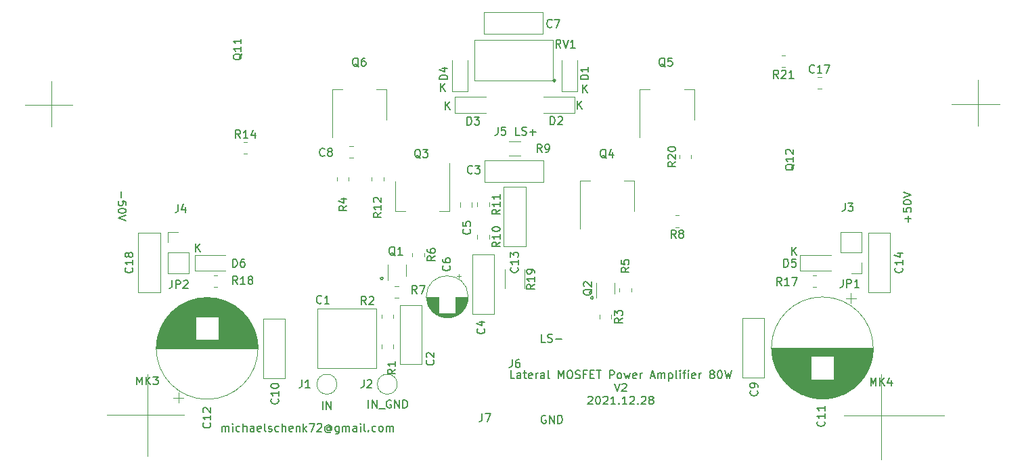
<source format=gbr>
G04 #@! TF.GenerationSoftware,KiCad,Pcbnew,(6.0.0-0)*
G04 #@! TF.CreationDate,2021-12-28T20:08:20+01:00*
G04 #@! TF.ProjectId,amp-mosfet-80w,616d702d-6d6f-4736-9665-742d3830772e,rev?*
G04 #@! TF.SameCoordinates,Original*
G04 #@! TF.FileFunction,Legend,Top*
G04 #@! TF.FilePolarity,Positive*
%FSLAX46Y46*%
G04 Gerber Fmt 4.6, Leading zero omitted, Abs format (unit mm)*
G04 Created by KiCad (PCBNEW (6.0.0-0)) date 2021-12-28 20:08:20*
%MOMM*%
%LPD*%
G01*
G04 APERTURE LIST*
%ADD10C,0.120000*%
%ADD11C,0.150000*%
G04 APERTURE END LIST*
D10*
X98107500Y-56896000D02*
X104076500Y-56896000D01*
X101409500Y-53911500D02*
X101409500Y-59626500D01*
X213106000Y-95758000D02*
X200533000Y-95758000D01*
X117983000Y-95631000D02*
X108331000Y-95631000D01*
X205232000Y-101219000D02*
X205232000Y-90551000D01*
X217360500Y-53784500D02*
X217360500Y-59499500D01*
X214058500Y-56769000D02*
X220027500Y-56769000D01*
X113411000Y-90551000D02*
X113411000Y-100838000D01*
X113411000Y-100838000D02*
X113538000Y-100711000D01*
D11*
X163258595Y-95766000D02*
X163163357Y-95718380D01*
X163020500Y-95718380D01*
X162877642Y-95766000D01*
X162782404Y-95861238D01*
X162734785Y-95956476D01*
X162687166Y-96146952D01*
X162687166Y-96289809D01*
X162734785Y-96480285D01*
X162782404Y-96575523D01*
X162877642Y-96670761D01*
X163020500Y-96718380D01*
X163115738Y-96718380D01*
X163258595Y-96670761D01*
X163306214Y-96623142D01*
X163306214Y-96289809D01*
X163115738Y-96289809D01*
X163734785Y-96718380D02*
X163734785Y-95718380D01*
X164306214Y-96718380D01*
X164306214Y-95718380D01*
X164782404Y-96718380D02*
X164782404Y-95718380D01*
X165020500Y-95718380D01*
X165163357Y-95766000D01*
X165258595Y-95861238D01*
X165306214Y-95956476D01*
X165353833Y-96146952D01*
X165353833Y-96289809D01*
X165306214Y-96480285D01*
X165258595Y-96575523D01*
X165163357Y-96670761D01*
X165020500Y-96718380D01*
X164782404Y-96718380D01*
X110164571Y-67707095D02*
X110164571Y-68469000D01*
X110783619Y-69421380D02*
X110783619Y-68945190D01*
X110307428Y-68897571D01*
X110355047Y-68945190D01*
X110402666Y-69040428D01*
X110402666Y-69278523D01*
X110355047Y-69373761D01*
X110307428Y-69421380D01*
X110212190Y-69469000D01*
X109974095Y-69469000D01*
X109878857Y-69421380D01*
X109831238Y-69373761D01*
X109783619Y-69278523D01*
X109783619Y-69040428D01*
X109831238Y-68945190D01*
X109878857Y-68897571D01*
X110783619Y-70088047D02*
X110783619Y-70183285D01*
X110736000Y-70278523D01*
X110688380Y-70326142D01*
X110593142Y-70373761D01*
X110402666Y-70421380D01*
X110164571Y-70421380D01*
X109974095Y-70373761D01*
X109878857Y-70326142D01*
X109831238Y-70278523D01*
X109783619Y-70183285D01*
X109783619Y-70088047D01*
X109831238Y-69992809D01*
X109878857Y-69945190D01*
X109974095Y-69897571D01*
X110164571Y-69849952D01*
X110402666Y-69849952D01*
X110593142Y-69897571D01*
X110688380Y-69945190D01*
X110736000Y-69992809D01*
X110783619Y-70088047D01*
X110783619Y-70707095D02*
X109783619Y-71040428D01*
X110783619Y-71373761D01*
X164338000Y-53681380D02*
X164242761Y-53729000D01*
X164195142Y-53824238D01*
X164242761Y-53919476D01*
X164338000Y-53967095D01*
X164433238Y-53919476D01*
X164480857Y-53824238D01*
X164433238Y-53729000D01*
X164338000Y-53681380D01*
X169037000Y-80859380D02*
X168941761Y-80907000D01*
X168894142Y-81002238D01*
X168941761Y-81097476D01*
X169037000Y-81145095D01*
X169132238Y-81097476D01*
X169179857Y-81002238D01*
X169132238Y-80907000D01*
X169037000Y-80859380D01*
X142748000Y-78446380D02*
X142652761Y-78494000D01*
X142605142Y-78589238D01*
X142652761Y-78684476D01*
X142748000Y-78732095D01*
X142843238Y-78684476D01*
X142890857Y-78589238D01*
X142843238Y-78494000D01*
X142748000Y-78446380D01*
X135366190Y-94940380D02*
X135366190Y-93940380D01*
X135842380Y-94940380D02*
X135842380Y-93940380D01*
X136413809Y-94940380D01*
X136413809Y-93940380D01*
X159996285Y-60650380D02*
X159520095Y-60650380D01*
X159520095Y-59650380D01*
X160282000Y-60602761D02*
X160424857Y-60650380D01*
X160662952Y-60650380D01*
X160758190Y-60602761D01*
X160805809Y-60555142D01*
X160853428Y-60459904D01*
X160853428Y-60364666D01*
X160805809Y-60269428D01*
X160758190Y-60221809D01*
X160662952Y-60174190D01*
X160472476Y-60126571D01*
X160377238Y-60078952D01*
X160329619Y-60031333D01*
X160282000Y-59936095D01*
X160282000Y-59840857D01*
X160329619Y-59745619D01*
X160377238Y-59698000D01*
X160472476Y-59650380D01*
X160710571Y-59650380D01*
X160853428Y-59698000D01*
X161282000Y-60269428D02*
X162043904Y-60269428D01*
X161662952Y-60650380D02*
X161662952Y-59888476D01*
X119499095Y-75255380D02*
X119499095Y-74255380D01*
X120070523Y-75255380D02*
X119641952Y-74683952D01*
X120070523Y-74255380D02*
X119499095Y-74826809D01*
X208605428Y-71484904D02*
X208605428Y-70723000D01*
X208986380Y-71103952D02*
X208224476Y-71103952D01*
X207986380Y-69770619D02*
X207986380Y-70246809D01*
X208462571Y-70294428D01*
X208414952Y-70246809D01*
X208367333Y-70151571D01*
X208367333Y-69913476D01*
X208414952Y-69818238D01*
X208462571Y-69770619D01*
X208557809Y-69723000D01*
X208795904Y-69723000D01*
X208891142Y-69770619D01*
X208938761Y-69818238D01*
X208986380Y-69913476D01*
X208986380Y-70151571D01*
X208938761Y-70246809D01*
X208891142Y-70294428D01*
X207986380Y-69103952D02*
X207986380Y-69008714D01*
X208034000Y-68913476D01*
X208081619Y-68865857D01*
X208176857Y-68818238D01*
X208367333Y-68770619D01*
X208605428Y-68770619D01*
X208795904Y-68818238D01*
X208891142Y-68865857D01*
X208938761Y-68913476D01*
X208986380Y-69008714D01*
X208986380Y-69103952D01*
X208938761Y-69199190D01*
X208891142Y-69246809D01*
X208795904Y-69294428D01*
X208605428Y-69342047D01*
X208367333Y-69342047D01*
X208176857Y-69294428D01*
X208081619Y-69246809D01*
X208034000Y-69199190D01*
X207986380Y-69103952D01*
X207986380Y-68484904D02*
X208986380Y-68151571D01*
X207986380Y-67818238D01*
X141081428Y-94813380D02*
X141081428Y-93813380D01*
X141557619Y-94813380D02*
X141557619Y-93813380D01*
X142129047Y-94813380D01*
X142129047Y-93813380D01*
X142367142Y-94908619D02*
X143129047Y-94908619D01*
X143890952Y-93861000D02*
X143795714Y-93813380D01*
X143652857Y-93813380D01*
X143510000Y-93861000D01*
X143414761Y-93956238D01*
X143367142Y-94051476D01*
X143319523Y-94241952D01*
X143319523Y-94384809D01*
X143367142Y-94575285D01*
X143414761Y-94670523D01*
X143510000Y-94765761D01*
X143652857Y-94813380D01*
X143748095Y-94813380D01*
X143890952Y-94765761D01*
X143938571Y-94718142D01*
X143938571Y-94384809D01*
X143748095Y-94384809D01*
X144367142Y-94813380D02*
X144367142Y-93813380D01*
X144938571Y-94813380D01*
X144938571Y-93813380D01*
X145414761Y-94813380D02*
X145414761Y-93813380D01*
X145652857Y-93813380D01*
X145795714Y-93861000D01*
X145890952Y-93956238D01*
X145938571Y-94051476D01*
X145986190Y-94241952D01*
X145986190Y-94384809D01*
X145938571Y-94575285D01*
X145890952Y-94670523D01*
X145795714Y-94765761D01*
X145652857Y-94813380D01*
X145414761Y-94813380D01*
X167251095Y-57348380D02*
X167251095Y-56348380D01*
X167822523Y-57348380D02*
X167393952Y-56776952D01*
X167822523Y-56348380D02*
X167251095Y-56919809D01*
X122762714Y-97734380D02*
X122762714Y-97067714D01*
X122762714Y-97162952D02*
X122810333Y-97115333D01*
X122905571Y-97067714D01*
X123048428Y-97067714D01*
X123143666Y-97115333D01*
X123191285Y-97210571D01*
X123191285Y-97734380D01*
X123191285Y-97210571D02*
X123238904Y-97115333D01*
X123334142Y-97067714D01*
X123477000Y-97067714D01*
X123572238Y-97115333D01*
X123619857Y-97210571D01*
X123619857Y-97734380D01*
X124096047Y-97734380D02*
X124096047Y-97067714D01*
X124096047Y-96734380D02*
X124048428Y-96782000D01*
X124096047Y-96829619D01*
X124143666Y-96782000D01*
X124096047Y-96734380D01*
X124096047Y-96829619D01*
X125000809Y-97686761D02*
X124905571Y-97734380D01*
X124715095Y-97734380D01*
X124619857Y-97686761D01*
X124572238Y-97639142D01*
X124524619Y-97543904D01*
X124524619Y-97258190D01*
X124572238Y-97162952D01*
X124619857Y-97115333D01*
X124715095Y-97067714D01*
X124905571Y-97067714D01*
X125000809Y-97115333D01*
X125429380Y-97734380D02*
X125429380Y-96734380D01*
X125857952Y-97734380D02*
X125857952Y-97210571D01*
X125810333Y-97115333D01*
X125715095Y-97067714D01*
X125572238Y-97067714D01*
X125477000Y-97115333D01*
X125429380Y-97162952D01*
X126762714Y-97734380D02*
X126762714Y-97210571D01*
X126715095Y-97115333D01*
X126619857Y-97067714D01*
X126429380Y-97067714D01*
X126334142Y-97115333D01*
X126762714Y-97686761D02*
X126667476Y-97734380D01*
X126429380Y-97734380D01*
X126334142Y-97686761D01*
X126286523Y-97591523D01*
X126286523Y-97496285D01*
X126334142Y-97401047D01*
X126429380Y-97353428D01*
X126667476Y-97353428D01*
X126762714Y-97305809D01*
X127619857Y-97686761D02*
X127524619Y-97734380D01*
X127334142Y-97734380D01*
X127238904Y-97686761D01*
X127191285Y-97591523D01*
X127191285Y-97210571D01*
X127238904Y-97115333D01*
X127334142Y-97067714D01*
X127524619Y-97067714D01*
X127619857Y-97115333D01*
X127667476Y-97210571D01*
X127667476Y-97305809D01*
X127191285Y-97401047D01*
X128238904Y-97734380D02*
X128143666Y-97686761D01*
X128096047Y-97591523D01*
X128096047Y-96734380D01*
X128572238Y-97686761D02*
X128667476Y-97734380D01*
X128857952Y-97734380D01*
X128953190Y-97686761D01*
X129000809Y-97591523D01*
X129000809Y-97543904D01*
X128953190Y-97448666D01*
X128857952Y-97401047D01*
X128715095Y-97401047D01*
X128619857Y-97353428D01*
X128572238Y-97258190D01*
X128572238Y-97210571D01*
X128619857Y-97115333D01*
X128715095Y-97067714D01*
X128857952Y-97067714D01*
X128953190Y-97115333D01*
X129857952Y-97686761D02*
X129762714Y-97734380D01*
X129572238Y-97734380D01*
X129477000Y-97686761D01*
X129429380Y-97639142D01*
X129381761Y-97543904D01*
X129381761Y-97258190D01*
X129429380Y-97162952D01*
X129477000Y-97115333D01*
X129572238Y-97067714D01*
X129762714Y-97067714D01*
X129857952Y-97115333D01*
X130286523Y-97734380D02*
X130286523Y-96734380D01*
X130715095Y-97734380D02*
X130715095Y-97210571D01*
X130667476Y-97115333D01*
X130572238Y-97067714D01*
X130429380Y-97067714D01*
X130334142Y-97115333D01*
X130286523Y-97162952D01*
X131572238Y-97686761D02*
X131477000Y-97734380D01*
X131286523Y-97734380D01*
X131191285Y-97686761D01*
X131143666Y-97591523D01*
X131143666Y-97210571D01*
X131191285Y-97115333D01*
X131286523Y-97067714D01*
X131477000Y-97067714D01*
X131572238Y-97115333D01*
X131619857Y-97210571D01*
X131619857Y-97305809D01*
X131143666Y-97401047D01*
X132048428Y-97067714D02*
X132048428Y-97734380D01*
X132048428Y-97162952D02*
X132096047Y-97115333D01*
X132191285Y-97067714D01*
X132334142Y-97067714D01*
X132429380Y-97115333D01*
X132477000Y-97210571D01*
X132477000Y-97734380D01*
X132953190Y-97734380D02*
X132953190Y-96734380D01*
X133048428Y-97353428D02*
X133334142Y-97734380D01*
X133334142Y-97067714D02*
X132953190Y-97448666D01*
X133667476Y-96734380D02*
X134334142Y-96734380D01*
X133905571Y-97734380D01*
X134667476Y-96829619D02*
X134715095Y-96782000D01*
X134810333Y-96734380D01*
X135048428Y-96734380D01*
X135143666Y-96782000D01*
X135191285Y-96829619D01*
X135238904Y-96924857D01*
X135238904Y-97020095D01*
X135191285Y-97162952D01*
X134619857Y-97734380D01*
X135238904Y-97734380D01*
X136286523Y-97258190D02*
X136238904Y-97210571D01*
X136143666Y-97162952D01*
X136048428Y-97162952D01*
X135953190Y-97210571D01*
X135905571Y-97258190D01*
X135857952Y-97353428D01*
X135857952Y-97448666D01*
X135905571Y-97543904D01*
X135953190Y-97591523D01*
X136048428Y-97639142D01*
X136143666Y-97639142D01*
X136238904Y-97591523D01*
X136286523Y-97543904D01*
X136286523Y-97162952D02*
X136286523Y-97543904D01*
X136334142Y-97591523D01*
X136381761Y-97591523D01*
X136477000Y-97543904D01*
X136524619Y-97448666D01*
X136524619Y-97210571D01*
X136429380Y-97067714D01*
X136286523Y-96972476D01*
X136096047Y-96924857D01*
X135905571Y-96972476D01*
X135762714Y-97067714D01*
X135667476Y-97210571D01*
X135619857Y-97401047D01*
X135667476Y-97591523D01*
X135762714Y-97734380D01*
X135905571Y-97829619D01*
X136096047Y-97877238D01*
X136286523Y-97829619D01*
X136429380Y-97734380D01*
X137381761Y-97067714D02*
X137381761Y-97877238D01*
X137334142Y-97972476D01*
X137286523Y-98020095D01*
X137191285Y-98067714D01*
X137048428Y-98067714D01*
X136953190Y-98020095D01*
X137381761Y-97686761D02*
X137286523Y-97734380D01*
X137096047Y-97734380D01*
X137000809Y-97686761D01*
X136953190Y-97639142D01*
X136905571Y-97543904D01*
X136905571Y-97258190D01*
X136953190Y-97162952D01*
X137000809Y-97115333D01*
X137096047Y-97067714D01*
X137286523Y-97067714D01*
X137381761Y-97115333D01*
X137857952Y-97734380D02*
X137857952Y-97067714D01*
X137857952Y-97162952D02*
X137905571Y-97115333D01*
X138000809Y-97067714D01*
X138143666Y-97067714D01*
X138238904Y-97115333D01*
X138286523Y-97210571D01*
X138286523Y-97734380D01*
X138286523Y-97210571D02*
X138334142Y-97115333D01*
X138429380Y-97067714D01*
X138572238Y-97067714D01*
X138667476Y-97115333D01*
X138715095Y-97210571D01*
X138715095Y-97734380D01*
X139619857Y-97734380D02*
X139619857Y-97210571D01*
X139572238Y-97115333D01*
X139477000Y-97067714D01*
X139286523Y-97067714D01*
X139191285Y-97115333D01*
X139619857Y-97686761D02*
X139524619Y-97734380D01*
X139286523Y-97734380D01*
X139191285Y-97686761D01*
X139143666Y-97591523D01*
X139143666Y-97496285D01*
X139191285Y-97401047D01*
X139286523Y-97353428D01*
X139524619Y-97353428D01*
X139619857Y-97305809D01*
X140096047Y-97734380D02*
X140096047Y-97067714D01*
X140096047Y-96734380D02*
X140048428Y-96782000D01*
X140096047Y-96829619D01*
X140143666Y-96782000D01*
X140096047Y-96734380D01*
X140096047Y-96829619D01*
X140715095Y-97734380D02*
X140619857Y-97686761D01*
X140572238Y-97591523D01*
X140572238Y-96734380D01*
X141096047Y-97639142D02*
X141143666Y-97686761D01*
X141096047Y-97734380D01*
X141048428Y-97686761D01*
X141096047Y-97639142D01*
X141096047Y-97734380D01*
X142000809Y-97686761D02*
X141905571Y-97734380D01*
X141715095Y-97734380D01*
X141619857Y-97686761D01*
X141572238Y-97639142D01*
X141524619Y-97543904D01*
X141524619Y-97258190D01*
X141572238Y-97162952D01*
X141619857Y-97115333D01*
X141715095Y-97067714D01*
X141905571Y-97067714D01*
X142000809Y-97115333D01*
X142572238Y-97734380D02*
X142477000Y-97686761D01*
X142429380Y-97639142D01*
X142381761Y-97543904D01*
X142381761Y-97258190D01*
X142429380Y-97162952D01*
X142477000Y-97115333D01*
X142572238Y-97067714D01*
X142715095Y-97067714D01*
X142810333Y-97115333D01*
X142857952Y-97162952D01*
X142905571Y-97258190D01*
X142905571Y-97543904D01*
X142857952Y-97639142D01*
X142810333Y-97686761D01*
X142715095Y-97734380D01*
X142572238Y-97734380D01*
X143334142Y-97734380D02*
X143334142Y-97067714D01*
X143334142Y-97162952D02*
X143381761Y-97115333D01*
X143477000Y-97067714D01*
X143619857Y-97067714D01*
X143715095Y-97115333D01*
X143762714Y-97210571D01*
X143762714Y-97734380D01*
X143762714Y-97210571D02*
X143810333Y-97115333D01*
X143905571Y-97067714D01*
X144048428Y-97067714D01*
X144143666Y-97115333D01*
X144191285Y-97210571D01*
X144191285Y-97734380D01*
X194048095Y-75636380D02*
X194048095Y-74636380D01*
X194619523Y-75636380D02*
X194190952Y-75064952D01*
X194619523Y-74636380D02*
X194048095Y-75207809D01*
X150741095Y-57475380D02*
X150741095Y-56475380D01*
X151312523Y-57475380D02*
X150883952Y-56903952D01*
X151312523Y-56475380D02*
X150741095Y-57046809D01*
X159370785Y-91107880D02*
X158894595Y-91107880D01*
X158894595Y-90107880D01*
X160132690Y-91107880D02*
X160132690Y-90584071D01*
X160085071Y-90488833D01*
X159989833Y-90441214D01*
X159799357Y-90441214D01*
X159704119Y-90488833D01*
X160132690Y-91060261D02*
X160037452Y-91107880D01*
X159799357Y-91107880D01*
X159704119Y-91060261D01*
X159656500Y-90965023D01*
X159656500Y-90869785D01*
X159704119Y-90774547D01*
X159799357Y-90726928D01*
X160037452Y-90726928D01*
X160132690Y-90679309D01*
X160466023Y-90441214D02*
X160846976Y-90441214D01*
X160608880Y-90107880D02*
X160608880Y-90965023D01*
X160656500Y-91060261D01*
X160751738Y-91107880D01*
X160846976Y-91107880D01*
X161561261Y-91060261D02*
X161466023Y-91107880D01*
X161275547Y-91107880D01*
X161180309Y-91060261D01*
X161132690Y-90965023D01*
X161132690Y-90584071D01*
X161180309Y-90488833D01*
X161275547Y-90441214D01*
X161466023Y-90441214D01*
X161561261Y-90488833D01*
X161608880Y-90584071D01*
X161608880Y-90679309D01*
X161132690Y-90774547D01*
X162037452Y-91107880D02*
X162037452Y-90441214D01*
X162037452Y-90631690D02*
X162085071Y-90536452D01*
X162132690Y-90488833D01*
X162227928Y-90441214D01*
X162323166Y-90441214D01*
X163085071Y-91107880D02*
X163085071Y-90584071D01*
X163037452Y-90488833D01*
X162942214Y-90441214D01*
X162751738Y-90441214D01*
X162656500Y-90488833D01*
X163085071Y-91060261D02*
X162989833Y-91107880D01*
X162751738Y-91107880D01*
X162656500Y-91060261D01*
X162608880Y-90965023D01*
X162608880Y-90869785D01*
X162656500Y-90774547D01*
X162751738Y-90726928D01*
X162989833Y-90726928D01*
X163085071Y-90679309D01*
X163704119Y-91107880D02*
X163608880Y-91060261D01*
X163561261Y-90965023D01*
X163561261Y-90107880D01*
X164846976Y-91107880D02*
X164846976Y-90107880D01*
X165180309Y-90822166D01*
X165513642Y-90107880D01*
X165513642Y-91107880D01*
X166180309Y-90107880D02*
X166370785Y-90107880D01*
X166466023Y-90155500D01*
X166561261Y-90250738D01*
X166608880Y-90441214D01*
X166608880Y-90774547D01*
X166561261Y-90965023D01*
X166466023Y-91060261D01*
X166370785Y-91107880D01*
X166180309Y-91107880D01*
X166085071Y-91060261D01*
X165989833Y-90965023D01*
X165942214Y-90774547D01*
X165942214Y-90441214D01*
X165989833Y-90250738D01*
X166085071Y-90155500D01*
X166180309Y-90107880D01*
X166989833Y-91060261D02*
X167132690Y-91107880D01*
X167370785Y-91107880D01*
X167466023Y-91060261D01*
X167513642Y-91012642D01*
X167561261Y-90917404D01*
X167561261Y-90822166D01*
X167513642Y-90726928D01*
X167466023Y-90679309D01*
X167370785Y-90631690D01*
X167180309Y-90584071D01*
X167085071Y-90536452D01*
X167037452Y-90488833D01*
X166989833Y-90393595D01*
X166989833Y-90298357D01*
X167037452Y-90203119D01*
X167085071Y-90155500D01*
X167180309Y-90107880D01*
X167418404Y-90107880D01*
X167561261Y-90155500D01*
X168323166Y-90584071D02*
X167989833Y-90584071D01*
X167989833Y-91107880D02*
X167989833Y-90107880D01*
X168466023Y-90107880D01*
X168846976Y-90584071D02*
X169180309Y-90584071D01*
X169323166Y-91107880D02*
X168846976Y-91107880D01*
X168846976Y-90107880D01*
X169323166Y-90107880D01*
X169608880Y-90107880D02*
X170180309Y-90107880D01*
X169894595Y-91107880D02*
X169894595Y-90107880D01*
X171275547Y-91107880D02*
X171275547Y-90107880D01*
X171656500Y-90107880D01*
X171751738Y-90155500D01*
X171799357Y-90203119D01*
X171846976Y-90298357D01*
X171846976Y-90441214D01*
X171799357Y-90536452D01*
X171751738Y-90584071D01*
X171656500Y-90631690D01*
X171275547Y-90631690D01*
X172418404Y-91107880D02*
X172323166Y-91060261D01*
X172275547Y-91012642D01*
X172227928Y-90917404D01*
X172227928Y-90631690D01*
X172275547Y-90536452D01*
X172323166Y-90488833D01*
X172418404Y-90441214D01*
X172561261Y-90441214D01*
X172656500Y-90488833D01*
X172704119Y-90536452D01*
X172751738Y-90631690D01*
X172751738Y-90917404D01*
X172704119Y-91012642D01*
X172656500Y-91060261D01*
X172561261Y-91107880D01*
X172418404Y-91107880D01*
X173085071Y-90441214D02*
X173275547Y-91107880D01*
X173466023Y-90631690D01*
X173656500Y-91107880D01*
X173846976Y-90441214D01*
X174608880Y-91060261D02*
X174513642Y-91107880D01*
X174323166Y-91107880D01*
X174227928Y-91060261D01*
X174180309Y-90965023D01*
X174180309Y-90584071D01*
X174227928Y-90488833D01*
X174323166Y-90441214D01*
X174513642Y-90441214D01*
X174608880Y-90488833D01*
X174656500Y-90584071D01*
X174656500Y-90679309D01*
X174180309Y-90774547D01*
X175085071Y-91107880D02*
X175085071Y-90441214D01*
X175085071Y-90631690D02*
X175132690Y-90536452D01*
X175180309Y-90488833D01*
X175275547Y-90441214D01*
X175370785Y-90441214D01*
X176418404Y-90822166D02*
X176894595Y-90822166D01*
X176323166Y-91107880D02*
X176656500Y-90107880D01*
X176989833Y-91107880D01*
X177323166Y-91107880D02*
X177323166Y-90441214D01*
X177323166Y-90536452D02*
X177370785Y-90488833D01*
X177466023Y-90441214D01*
X177608880Y-90441214D01*
X177704119Y-90488833D01*
X177751738Y-90584071D01*
X177751738Y-91107880D01*
X177751738Y-90584071D02*
X177799357Y-90488833D01*
X177894595Y-90441214D01*
X178037452Y-90441214D01*
X178132690Y-90488833D01*
X178180309Y-90584071D01*
X178180309Y-91107880D01*
X178656500Y-90441214D02*
X178656500Y-91441214D01*
X178656500Y-90488833D02*
X178751738Y-90441214D01*
X178942214Y-90441214D01*
X179037452Y-90488833D01*
X179085071Y-90536452D01*
X179132690Y-90631690D01*
X179132690Y-90917404D01*
X179085071Y-91012642D01*
X179037452Y-91060261D01*
X178942214Y-91107880D01*
X178751738Y-91107880D01*
X178656500Y-91060261D01*
X179704119Y-91107880D02*
X179608880Y-91060261D01*
X179561261Y-90965023D01*
X179561261Y-90107880D01*
X180085071Y-91107880D02*
X180085071Y-90441214D01*
X180085071Y-90107880D02*
X180037452Y-90155500D01*
X180085071Y-90203119D01*
X180132690Y-90155500D01*
X180085071Y-90107880D01*
X180085071Y-90203119D01*
X180418404Y-90441214D02*
X180799357Y-90441214D01*
X180561261Y-91107880D02*
X180561261Y-90250738D01*
X180608880Y-90155500D01*
X180704119Y-90107880D01*
X180799357Y-90107880D01*
X181132690Y-91107880D02*
X181132690Y-90441214D01*
X181132690Y-90107880D02*
X181085071Y-90155500D01*
X181132690Y-90203119D01*
X181180309Y-90155500D01*
X181132690Y-90107880D01*
X181132690Y-90203119D01*
X181989833Y-91060261D02*
X181894595Y-91107880D01*
X181704119Y-91107880D01*
X181608880Y-91060261D01*
X181561261Y-90965023D01*
X181561261Y-90584071D01*
X181608880Y-90488833D01*
X181704119Y-90441214D01*
X181894595Y-90441214D01*
X181989833Y-90488833D01*
X182037452Y-90584071D01*
X182037452Y-90679309D01*
X181561261Y-90774547D01*
X182466023Y-91107880D02*
X182466023Y-90441214D01*
X182466023Y-90631690D02*
X182513642Y-90536452D01*
X182561261Y-90488833D01*
X182656500Y-90441214D01*
X182751738Y-90441214D01*
X183989833Y-90536452D02*
X183894595Y-90488833D01*
X183846976Y-90441214D01*
X183799357Y-90345976D01*
X183799357Y-90298357D01*
X183846976Y-90203119D01*
X183894595Y-90155500D01*
X183989833Y-90107880D01*
X184180309Y-90107880D01*
X184275547Y-90155500D01*
X184323166Y-90203119D01*
X184370785Y-90298357D01*
X184370785Y-90345976D01*
X184323166Y-90441214D01*
X184275547Y-90488833D01*
X184180309Y-90536452D01*
X183989833Y-90536452D01*
X183894595Y-90584071D01*
X183846976Y-90631690D01*
X183799357Y-90726928D01*
X183799357Y-90917404D01*
X183846976Y-91012642D01*
X183894595Y-91060261D01*
X183989833Y-91107880D01*
X184180309Y-91107880D01*
X184275547Y-91060261D01*
X184323166Y-91012642D01*
X184370785Y-90917404D01*
X184370785Y-90726928D01*
X184323166Y-90631690D01*
X184275547Y-90584071D01*
X184180309Y-90536452D01*
X184989833Y-90107880D02*
X185085071Y-90107880D01*
X185180309Y-90155500D01*
X185227928Y-90203119D01*
X185275547Y-90298357D01*
X185323166Y-90488833D01*
X185323166Y-90726928D01*
X185275547Y-90917404D01*
X185227928Y-91012642D01*
X185180309Y-91060261D01*
X185085071Y-91107880D01*
X184989833Y-91107880D01*
X184894595Y-91060261D01*
X184846976Y-91012642D01*
X184799357Y-90917404D01*
X184751738Y-90726928D01*
X184751738Y-90488833D01*
X184799357Y-90298357D01*
X184846976Y-90203119D01*
X184894595Y-90155500D01*
X184989833Y-90107880D01*
X185656500Y-90107880D02*
X185894595Y-91107880D01*
X186085071Y-90393595D01*
X186275547Y-91107880D01*
X186513642Y-90107880D01*
X171846976Y-91717880D02*
X172180309Y-92717880D01*
X172513642Y-91717880D01*
X172799357Y-91813119D02*
X172846976Y-91765500D01*
X172942214Y-91717880D01*
X173180309Y-91717880D01*
X173275547Y-91765500D01*
X173323166Y-91813119D01*
X173370785Y-91908357D01*
X173370785Y-92003595D01*
X173323166Y-92146452D01*
X172751738Y-92717880D01*
X173370785Y-92717880D01*
X168561261Y-93423119D02*
X168608880Y-93375500D01*
X168704119Y-93327880D01*
X168942214Y-93327880D01*
X169037452Y-93375500D01*
X169085071Y-93423119D01*
X169132690Y-93518357D01*
X169132690Y-93613595D01*
X169085071Y-93756452D01*
X168513642Y-94327880D01*
X169132690Y-94327880D01*
X169751738Y-93327880D02*
X169846976Y-93327880D01*
X169942214Y-93375500D01*
X169989833Y-93423119D01*
X170037452Y-93518357D01*
X170085071Y-93708833D01*
X170085071Y-93946928D01*
X170037452Y-94137404D01*
X169989833Y-94232642D01*
X169942214Y-94280261D01*
X169846976Y-94327880D01*
X169751738Y-94327880D01*
X169656500Y-94280261D01*
X169608880Y-94232642D01*
X169561261Y-94137404D01*
X169513642Y-93946928D01*
X169513642Y-93708833D01*
X169561261Y-93518357D01*
X169608880Y-93423119D01*
X169656500Y-93375500D01*
X169751738Y-93327880D01*
X170466023Y-93423119D02*
X170513642Y-93375500D01*
X170608880Y-93327880D01*
X170846976Y-93327880D01*
X170942214Y-93375500D01*
X170989833Y-93423119D01*
X171037452Y-93518357D01*
X171037452Y-93613595D01*
X170989833Y-93756452D01*
X170418404Y-94327880D01*
X171037452Y-94327880D01*
X171989833Y-94327880D02*
X171418404Y-94327880D01*
X171704119Y-94327880D02*
X171704119Y-93327880D01*
X171608880Y-93470738D01*
X171513642Y-93565976D01*
X171418404Y-93613595D01*
X172418404Y-94232642D02*
X172466023Y-94280261D01*
X172418404Y-94327880D01*
X172370785Y-94280261D01*
X172418404Y-94232642D01*
X172418404Y-94327880D01*
X173418404Y-94327880D02*
X172846976Y-94327880D01*
X173132690Y-94327880D02*
X173132690Y-93327880D01*
X173037452Y-93470738D01*
X172942214Y-93565976D01*
X172846976Y-93613595D01*
X173799357Y-93423119D02*
X173846976Y-93375500D01*
X173942214Y-93327880D01*
X174180309Y-93327880D01*
X174275547Y-93375500D01*
X174323166Y-93423119D01*
X174370785Y-93518357D01*
X174370785Y-93613595D01*
X174323166Y-93756452D01*
X173751738Y-94327880D01*
X174370785Y-94327880D01*
X174799357Y-94232642D02*
X174846976Y-94280261D01*
X174799357Y-94327880D01*
X174751738Y-94280261D01*
X174799357Y-94232642D01*
X174799357Y-94327880D01*
X175227928Y-93423119D02*
X175275547Y-93375500D01*
X175370785Y-93327880D01*
X175608880Y-93327880D01*
X175704119Y-93375500D01*
X175751738Y-93423119D01*
X175799357Y-93518357D01*
X175799357Y-93613595D01*
X175751738Y-93756452D01*
X175180309Y-94327880D01*
X175799357Y-94327880D01*
X176370785Y-93756452D02*
X176275547Y-93708833D01*
X176227928Y-93661214D01*
X176180309Y-93565976D01*
X176180309Y-93518357D01*
X176227928Y-93423119D01*
X176275547Y-93375500D01*
X176370785Y-93327880D01*
X176561261Y-93327880D01*
X176656500Y-93375500D01*
X176704119Y-93423119D01*
X176751738Y-93518357D01*
X176751738Y-93565976D01*
X176704119Y-93661214D01*
X176656500Y-93708833D01*
X176561261Y-93756452D01*
X176370785Y-93756452D01*
X176275547Y-93804071D01*
X176227928Y-93851690D01*
X176180309Y-93946928D01*
X176180309Y-94137404D01*
X176227928Y-94232642D01*
X176275547Y-94280261D01*
X176370785Y-94327880D01*
X176561261Y-94327880D01*
X176656500Y-94280261D01*
X176704119Y-94232642D01*
X176751738Y-94137404D01*
X176751738Y-93946928D01*
X176704119Y-93851690D01*
X176656500Y-93804071D01*
X176561261Y-93756452D01*
X167886095Y-55316380D02*
X167886095Y-54316380D01*
X168457523Y-55316380D02*
X168028952Y-54744952D01*
X168457523Y-54316380D02*
X167886095Y-54887809D01*
X150106095Y-55189380D02*
X150106095Y-54189380D01*
X150677523Y-55189380D02*
X150248952Y-54617952D01*
X150677523Y-54189380D02*
X150106095Y-54760809D01*
X163234785Y-86558380D02*
X162758595Y-86558380D01*
X162758595Y-85558380D01*
X163520500Y-86510761D02*
X163663357Y-86558380D01*
X163901452Y-86558380D01*
X163996690Y-86510761D01*
X164044309Y-86463142D01*
X164091928Y-86367904D01*
X164091928Y-86272666D01*
X164044309Y-86177428D01*
X163996690Y-86129809D01*
X163901452Y-86082190D01*
X163710976Y-86034571D01*
X163615738Y-85986952D01*
X163568119Y-85939333D01*
X163520500Y-85844095D01*
X163520500Y-85748857D01*
X163568119Y-85653619D01*
X163615738Y-85606000D01*
X163710976Y-85558380D01*
X163949071Y-85558380D01*
X164091928Y-85606000D01*
X164520500Y-86177428D02*
X165282404Y-86177428D01*
X179523380Y-64015857D02*
X179047190Y-64349190D01*
X179523380Y-64587285D02*
X178523380Y-64587285D01*
X178523380Y-64206333D01*
X178571000Y-64111095D01*
X178618619Y-64063476D01*
X178713857Y-64015857D01*
X178856714Y-64015857D01*
X178951952Y-64063476D01*
X178999571Y-64111095D01*
X179047190Y-64206333D01*
X179047190Y-64587285D01*
X178618619Y-63634904D02*
X178571000Y-63587285D01*
X178523380Y-63492047D01*
X178523380Y-63253952D01*
X178571000Y-63158714D01*
X178618619Y-63111095D01*
X178713857Y-63063476D01*
X178809095Y-63063476D01*
X178951952Y-63111095D01*
X179523380Y-63682523D01*
X179523380Y-63063476D01*
X178523380Y-62444428D02*
X178523380Y-62349190D01*
X178571000Y-62253952D01*
X178618619Y-62206333D01*
X178713857Y-62158714D01*
X178904333Y-62111095D01*
X179142428Y-62111095D01*
X179332904Y-62158714D01*
X179428142Y-62206333D01*
X179475761Y-62253952D01*
X179523380Y-62349190D01*
X179523380Y-62444428D01*
X179475761Y-62539666D01*
X179428142Y-62587285D01*
X179332904Y-62634904D01*
X179142428Y-62682523D01*
X178904333Y-62682523D01*
X178713857Y-62634904D01*
X178618619Y-62587285D01*
X178571000Y-62539666D01*
X178523380Y-62444428D01*
X135215333Y-81637142D02*
X135167714Y-81684761D01*
X135024857Y-81732380D01*
X134929619Y-81732380D01*
X134786761Y-81684761D01*
X134691523Y-81589523D01*
X134643904Y-81494285D01*
X134596285Y-81303809D01*
X134596285Y-81160952D01*
X134643904Y-80970476D01*
X134691523Y-80875238D01*
X134786761Y-80780000D01*
X134929619Y-80732380D01*
X135024857Y-80732380D01*
X135167714Y-80780000D01*
X135215333Y-80827619D01*
X136167714Y-81732380D02*
X135596285Y-81732380D01*
X135882000Y-81732380D02*
X135882000Y-80732380D01*
X135786761Y-80875238D01*
X135691523Y-80970476D01*
X135596285Y-81018095D01*
X149201142Y-88812666D02*
X149248761Y-88860285D01*
X149296380Y-89003142D01*
X149296380Y-89098380D01*
X149248761Y-89241238D01*
X149153523Y-89336476D01*
X149058285Y-89384095D01*
X148867809Y-89431714D01*
X148724952Y-89431714D01*
X148534476Y-89384095D01*
X148439238Y-89336476D01*
X148344000Y-89241238D01*
X148296380Y-89098380D01*
X148296380Y-89003142D01*
X148344000Y-88860285D01*
X148391619Y-88812666D01*
X148391619Y-88431714D02*
X148344000Y-88384095D01*
X148296380Y-88288857D01*
X148296380Y-88050761D01*
X148344000Y-87955523D01*
X148391619Y-87907904D01*
X148486857Y-87860285D01*
X148582095Y-87860285D01*
X148724952Y-87907904D01*
X149296380Y-88479333D01*
X149296380Y-87860285D01*
X154091333Y-65381142D02*
X154043714Y-65428761D01*
X153900857Y-65476380D01*
X153805619Y-65476380D01*
X153662761Y-65428761D01*
X153567523Y-65333523D01*
X153519904Y-65238285D01*
X153472285Y-65047809D01*
X153472285Y-64904952D01*
X153519904Y-64714476D01*
X153567523Y-64619238D01*
X153662761Y-64524000D01*
X153805619Y-64476380D01*
X153900857Y-64476380D01*
X154043714Y-64524000D01*
X154091333Y-64571619D01*
X154424666Y-64476380D02*
X155043714Y-64476380D01*
X154710380Y-64857333D01*
X154853238Y-64857333D01*
X154948476Y-64904952D01*
X154996095Y-64952571D01*
X155043714Y-65047809D01*
X155043714Y-65285904D01*
X154996095Y-65381142D01*
X154948476Y-65428761D01*
X154853238Y-65476380D01*
X154567523Y-65476380D01*
X154472285Y-65428761D01*
X154424666Y-65381142D01*
X155551142Y-84875666D02*
X155598761Y-84923285D01*
X155646380Y-85066142D01*
X155646380Y-85161380D01*
X155598761Y-85304238D01*
X155503523Y-85399476D01*
X155408285Y-85447095D01*
X155217809Y-85494714D01*
X155074952Y-85494714D01*
X154884476Y-85447095D01*
X154789238Y-85399476D01*
X154694000Y-85304238D01*
X154646380Y-85161380D01*
X154646380Y-85066142D01*
X154694000Y-84923285D01*
X154741619Y-84875666D01*
X154979714Y-84018523D02*
X155646380Y-84018523D01*
X154598761Y-84256619D02*
X155313047Y-84494714D01*
X155313047Y-83875666D01*
X153773142Y-72429666D02*
X153820761Y-72477285D01*
X153868380Y-72620142D01*
X153868380Y-72715380D01*
X153820761Y-72858238D01*
X153725523Y-72953476D01*
X153630285Y-73001095D01*
X153439809Y-73048714D01*
X153296952Y-73048714D01*
X153106476Y-73001095D01*
X153011238Y-72953476D01*
X152916000Y-72858238D01*
X152868380Y-72715380D01*
X152868380Y-72620142D01*
X152916000Y-72477285D01*
X152963619Y-72429666D01*
X152868380Y-71524904D02*
X152868380Y-72001095D01*
X153344571Y-72048714D01*
X153296952Y-72001095D01*
X153249333Y-71905857D01*
X153249333Y-71667761D01*
X153296952Y-71572523D01*
X153344571Y-71524904D01*
X153439809Y-71477285D01*
X153677904Y-71477285D01*
X153773142Y-71524904D01*
X153820761Y-71572523D01*
X153868380Y-71667761D01*
X153868380Y-71905857D01*
X153820761Y-72001095D01*
X153773142Y-72048714D01*
X151233142Y-77001666D02*
X151280761Y-77049285D01*
X151328380Y-77192142D01*
X151328380Y-77287380D01*
X151280761Y-77430238D01*
X151185523Y-77525476D01*
X151090285Y-77573095D01*
X150899809Y-77620714D01*
X150756952Y-77620714D01*
X150566476Y-77573095D01*
X150471238Y-77525476D01*
X150376000Y-77430238D01*
X150328380Y-77287380D01*
X150328380Y-77192142D01*
X150376000Y-77049285D01*
X150423619Y-77001666D01*
X150328380Y-76144523D02*
X150328380Y-76335000D01*
X150376000Y-76430238D01*
X150423619Y-76477857D01*
X150566476Y-76573095D01*
X150756952Y-76620714D01*
X151137904Y-76620714D01*
X151233142Y-76573095D01*
X151280761Y-76525476D01*
X151328380Y-76430238D01*
X151328380Y-76239761D01*
X151280761Y-76144523D01*
X151233142Y-76096904D01*
X151137904Y-76049285D01*
X150899809Y-76049285D01*
X150804571Y-76096904D01*
X150756952Y-76144523D01*
X150709333Y-76239761D01*
X150709333Y-76430238D01*
X150756952Y-76525476D01*
X150804571Y-76573095D01*
X150899809Y-76620714D01*
X135596333Y-63222142D02*
X135548714Y-63269761D01*
X135405857Y-63317380D01*
X135310619Y-63317380D01*
X135167761Y-63269761D01*
X135072523Y-63174523D01*
X135024904Y-63079285D01*
X134977285Y-62888809D01*
X134977285Y-62745952D01*
X135024904Y-62555476D01*
X135072523Y-62460238D01*
X135167761Y-62365000D01*
X135310619Y-62317380D01*
X135405857Y-62317380D01*
X135548714Y-62365000D01*
X135596333Y-62412619D01*
X136167761Y-62745952D02*
X136072523Y-62698333D01*
X136024904Y-62650714D01*
X135977285Y-62555476D01*
X135977285Y-62507857D01*
X136024904Y-62412619D01*
X136072523Y-62365000D01*
X136167761Y-62317380D01*
X136358238Y-62317380D01*
X136453476Y-62365000D01*
X136501095Y-62412619D01*
X136548714Y-62507857D01*
X136548714Y-62555476D01*
X136501095Y-62650714D01*
X136453476Y-62698333D01*
X136358238Y-62745952D01*
X136167761Y-62745952D01*
X136072523Y-62793571D01*
X136024904Y-62841190D01*
X135977285Y-62936428D01*
X135977285Y-63126904D01*
X136024904Y-63222142D01*
X136072523Y-63269761D01*
X136167761Y-63317380D01*
X136358238Y-63317380D01*
X136453476Y-63269761D01*
X136501095Y-63222142D01*
X136548714Y-63126904D01*
X136548714Y-62936428D01*
X136501095Y-62841190D01*
X136453476Y-62793571D01*
X136358238Y-62745952D01*
X189714142Y-92639166D02*
X189761761Y-92686785D01*
X189809380Y-92829642D01*
X189809380Y-92924880D01*
X189761761Y-93067738D01*
X189666523Y-93162976D01*
X189571285Y-93210595D01*
X189380809Y-93258214D01*
X189237952Y-93258214D01*
X189047476Y-93210595D01*
X188952238Y-93162976D01*
X188857000Y-93067738D01*
X188809380Y-92924880D01*
X188809380Y-92829642D01*
X188857000Y-92686785D01*
X188904619Y-92639166D01*
X189809380Y-92162976D02*
X189809380Y-91972500D01*
X189761761Y-91877261D01*
X189714142Y-91829642D01*
X189571285Y-91734404D01*
X189380809Y-91686785D01*
X188999857Y-91686785D01*
X188904619Y-91734404D01*
X188857000Y-91782023D01*
X188809380Y-91877261D01*
X188809380Y-92067738D01*
X188857000Y-92162976D01*
X188904619Y-92210595D01*
X188999857Y-92258214D01*
X189237952Y-92258214D01*
X189333190Y-92210595D01*
X189380809Y-92162976D01*
X189428428Y-92067738D01*
X189428428Y-91877261D01*
X189380809Y-91782023D01*
X189333190Y-91734404D01*
X189237952Y-91686785D01*
X198096142Y-96464357D02*
X198143761Y-96511976D01*
X198191380Y-96654833D01*
X198191380Y-96750071D01*
X198143761Y-96892928D01*
X198048523Y-96988166D01*
X197953285Y-97035785D01*
X197762809Y-97083404D01*
X197619952Y-97083404D01*
X197429476Y-97035785D01*
X197334238Y-96988166D01*
X197239000Y-96892928D01*
X197191380Y-96750071D01*
X197191380Y-96654833D01*
X197239000Y-96511976D01*
X197286619Y-96464357D01*
X198191380Y-95511976D02*
X198191380Y-96083404D01*
X198191380Y-95797690D02*
X197191380Y-95797690D01*
X197334238Y-95892928D01*
X197429476Y-95988166D01*
X197477095Y-96083404D01*
X198191380Y-94559595D02*
X198191380Y-95131023D01*
X198191380Y-94845309D02*
X197191380Y-94845309D01*
X197334238Y-94940547D01*
X197429476Y-95035785D01*
X197477095Y-95131023D01*
X159742142Y-77223857D02*
X159789761Y-77271476D01*
X159837380Y-77414333D01*
X159837380Y-77509571D01*
X159789761Y-77652428D01*
X159694523Y-77747666D01*
X159599285Y-77795285D01*
X159408809Y-77842904D01*
X159265952Y-77842904D01*
X159075476Y-77795285D01*
X158980238Y-77747666D01*
X158885000Y-77652428D01*
X158837380Y-77509571D01*
X158837380Y-77414333D01*
X158885000Y-77271476D01*
X158932619Y-77223857D01*
X159837380Y-76271476D02*
X159837380Y-76842904D01*
X159837380Y-76557190D02*
X158837380Y-76557190D01*
X158980238Y-76652428D01*
X159075476Y-76747666D01*
X159123095Y-76842904D01*
X158837380Y-75938142D02*
X158837380Y-75319095D01*
X159218333Y-75652428D01*
X159218333Y-75509571D01*
X159265952Y-75414333D01*
X159313571Y-75366714D01*
X159408809Y-75319095D01*
X159646904Y-75319095D01*
X159742142Y-75366714D01*
X159789761Y-75414333D01*
X159837380Y-75509571D01*
X159837380Y-75795285D01*
X159789761Y-75890523D01*
X159742142Y-75938142D01*
X196863642Y-52779142D02*
X196816023Y-52826761D01*
X196673166Y-52874380D01*
X196577928Y-52874380D01*
X196435071Y-52826761D01*
X196339833Y-52731523D01*
X196292214Y-52636285D01*
X196244595Y-52445809D01*
X196244595Y-52302952D01*
X196292214Y-52112476D01*
X196339833Y-52017238D01*
X196435071Y-51922000D01*
X196577928Y-51874380D01*
X196673166Y-51874380D01*
X196816023Y-51922000D01*
X196863642Y-51969619D01*
X197816023Y-52874380D02*
X197244595Y-52874380D01*
X197530309Y-52874380D02*
X197530309Y-51874380D01*
X197435071Y-52017238D01*
X197339833Y-52112476D01*
X197244595Y-52160095D01*
X198149357Y-51874380D02*
X198816023Y-51874380D01*
X198387452Y-52874380D01*
X168600380Y-53696095D02*
X167600380Y-53696095D01*
X167600380Y-53458000D01*
X167648000Y-53315142D01*
X167743238Y-53219904D01*
X167838476Y-53172285D01*
X168028952Y-53124666D01*
X168171809Y-53124666D01*
X168362285Y-53172285D01*
X168457523Y-53219904D01*
X168552761Y-53315142D01*
X168600380Y-53458000D01*
X168600380Y-53696095D01*
X168600380Y-52172285D02*
X168600380Y-52743714D01*
X168600380Y-52458000D02*
X167600380Y-52458000D01*
X167743238Y-52553238D01*
X167838476Y-52648476D01*
X167886095Y-52743714D01*
X163853904Y-59348380D02*
X163853904Y-58348380D01*
X164092000Y-58348380D01*
X164234857Y-58396000D01*
X164330095Y-58491238D01*
X164377714Y-58586476D01*
X164425333Y-58776952D01*
X164425333Y-58919809D01*
X164377714Y-59110285D01*
X164330095Y-59205523D01*
X164234857Y-59300761D01*
X164092000Y-59348380D01*
X163853904Y-59348380D01*
X164806285Y-58443619D02*
X164853904Y-58396000D01*
X164949142Y-58348380D01*
X165187238Y-58348380D01*
X165282476Y-58396000D01*
X165330095Y-58443619D01*
X165377714Y-58538857D01*
X165377714Y-58634095D01*
X165330095Y-58776952D01*
X164758666Y-59348380D01*
X165377714Y-59348380D01*
X153439904Y-59380380D02*
X153439904Y-58380380D01*
X153678000Y-58380380D01*
X153820857Y-58428000D01*
X153916095Y-58523238D01*
X153963714Y-58618476D01*
X154011333Y-58808952D01*
X154011333Y-58951809D01*
X153963714Y-59142285D01*
X153916095Y-59237523D01*
X153820857Y-59332761D01*
X153678000Y-59380380D01*
X153439904Y-59380380D01*
X154344666Y-58380380D02*
X154963714Y-58380380D01*
X154630380Y-58761333D01*
X154773238Y-58761333D01*
X154868476Y-58808952D01*
X154916095Y-58856571D01*
X154963714Y-58951809D01*
X154963714Y-59189904D01*
X154916095Y-59285142D01*
X154868476Y-59332761D01*
X154773238Y-59380380D01*
X154487523Y-59380380D01*
X154392285Y-59332761D01*
X154344666Y-59285142D01*
X150979380Y-53696095D02*
X149979380Y-53696095D01*
X149979380Y-53458000D01*
X150027000Y-53315142D01*
X150122238Y-53219904D01*
X150217476Y-53172285D01*
X150407952Y-53124666D01*
X150550809Y-53124666D01*
X150741285Y-53172285D01*
X150836523Y-53219904D01*
X150931761Y-53315142D01*
X150979380Y-53458000D01*
X150979380Y-53696095D01*
X150312714Y-52267523D02*
X150979380Y-52267523D01*
X149931761Y-52505619D02*
X150646047Y-52743714D01*
X150646047Y-52124666D01*
X193063904Y-77160380D02*
X193063904Y-76160380D01*
X193302000Y-76160380D01*
X193444857Y-76208000D01*
X193540095Y-76303238D01*
X193587714Y-76398476D01*
X193635333Y-76588952D01*
X193635333Y-76731809D01*
X193587714Y-76922285D01*
X193540095Y-77017523D01*
X193444857Y-77112761D01*
X193302000Y-77160380D01*
X193063904Y-77160380D01*
X194540095Y-76160380D02*
X194063904Y-76160380D01*
X194016285Y-76636571D01*
X194063904Y-76588952D01*
X194159142Y-76541333D01*
X194397238Y-76541333D01*
X194492476Y-76588952D01*
X194540095Y-76636571D01*
X194587714Y-76731809D01*
X194587714Y-76969904D01*
X194540095Y-77065142D01*
X194492476Y-77112761D01*
X194397238Y-77160380D01*
X194159142Y-77160380D01*
X194063904Y-77112761D01*
X194016285Y-77065142D01*
X132762666Y-91273380D02*
X132762666Y-91987666D01*
X132715047Y-92130523D01*
X132619809Y-92225761D01*
X132476952Y-92273380D01*
X132381714Y-92273380D01*
X133762666Y-92273380D02*
X133191238Y-92273380D01*
X133476952Y-92273380D02*
X133476952Y-91273380D01*
X133381714Y-91416238D01*
X133286476Y-91511476D01*
X133191238Y-91559095D01*
X140509666Y-91273380D02*
X140509666Y-91987666D01*
X140462047Y-92130523D01*
X140366809Y-92225761D01*
X140223952Y-92273380D01*
X140128714Y-92273380D01*
X140938238Y-91368619D02*
X140985857Y-91321000D01*
X141081095Y-91273380D01*
X141319190Y-91273380D01*
X141414428Y-91321000D01*
X141462047Y-91368619D01*
X141509666Y-91463857D01*
X141509666Y-91559095D01*
X141462047Y-91701952D01*
X140890619Y-92273380D01*
X141509666Y-92273380D01*
X200707666Y-69175380D02*
X200707666Y-69889666D01*
X200660047Y-70032523D01*
X200564809Y-70127761D01*
X200421952Y-70175380D01*
X200326714Y-70175380D01*
X201088619Y-69175380D02*
X201707666Y-69175380D01*
X201374333Y-69556333D01*
X201517190Y-69556333D01*
X201612428Y-69603952D01*
X201660047Y-69651571D01*
X201707666Y-69746809D01*
X201707666Y-69984904D01*
X201660047Y-70080142D01*
X201612428Y-70127761D01*
X201517190Y-70175380D01*
X201231476Y-70175380D01*
X201136238Y-70127761D01*
X201088619Y-70080142D01*
X157273666Y-59650380D02*
X157273666Y-60364666D01*
X157226047Y-60507523D01*
X157130809Y-60602761D01*
X156987952Y-60650380D01*
X156892714Y-60650380D01*
X158226047Y-59650380D02*
X157749857Y-59650380D01*
X157702238Y-60126571D01*
X157749857Y-60078952D01*
X157845095Y-60031333D01*
X158083190Y-60031333D01*
X158178428Y-60078952D01*
X158226047Y-60126571D01*
X158273666Y-60221809D01*
X158273666Y-60459904D01*
X158226047Y-60555142D01*
X158178428Y-60602761D01*
X158083190Y-60650380D01*
X157845095Y-60650380D01*
X157749857Y-60602761D01*
X157702238Y-60555142D01*
X159051666Y-88733380D02*
X159051666Y-89447666D01*
X159004047Y-89590523D01*
X158908809Y-89685761D01*
X158765952Y-89733380D01*
X158670714Y-89733380D01*
X159956428Y-88733380D02*
X159765952Y-88733380D01*
X159670714Y-88781000D01*
X159623095Y-88828619D01*
X159527857Y-88971476D01*
X159480238Y-89161952D01*
X159480238Y-89542904D01*
X159527857Y-89638142D01*
X159575476Y-89685761D01*
X159670714Y-89733380D01*
X159861190Y-89733380D01*
X159956428Y-89685761D01*
X160004047Y-89638142D01*
X160051666Y-89542904D01*
X160051666Y-89304809D01*
X160004047Y-89209571D01*
X159956428Y-89161952D01*
X159861190Y-89114333D01*
X159670714Y-89114333D01*
X159575476Y-89161952D01*
X159527857Y-89209571D01*
X159480238Y-89304809D01*
X155305166Y-95464380D02*
X155305166Y-96178666D01*
X155257547Y-96321523D01*
X155162309Y-96416761D01*
X155019452Y-96464380D01*
X154924214Y-96464380D01*
X155686119Y-95464380D02*
X156352785Y-95464380D01*
X155924214Y-96464380D01*
X200461666Y-78700380D02*
X200461666Y-79414666D01*
X200414047Y-79557523D01*
X200318809Y-79652761D01*
X200175952Y-79700380D01*
X200080714Y-79700380D01*
X200937857Y-79700380D02*
X200937857Y-78700380D01*
X201318809Y-78700380D01*
X201414047Y-78748000D01*
X201461666Y-78795619D01*
X201509285Y-78890857D01*
X201509285Y-79033714D01*
X201461666Y-79128952D01*
X201414047Y-79176571D01*
X201318809Y-79224190D01*
X200937857Y-79224190D01*
X202461666Y-79700380D02*
X201890238Y-79700380D01*
X202175952Y-79700380D02*
X202175952Y-78700380D01*
X202080714Y-78843238D01*
X201985476Y-78938476D01*
X201890238Y-78986095D01*
X112101476Y-91883380D02*
X112101476Y-90883380D01*
X112434809Y-91597666D01*
X112768142Y-90883380D01*
X112768142Y-91883380D01*
X113244333Y-91883380D02*
X113244333Y-90883380D01*
X113815761Y-91883380D02*
X113387190Y-91311952D01*
X113815761Y-90883380D02*
X113244333Y-91454809D01*
X114149095Y-90883380D02*
X114768142Y-90883380D01*
X114434809Y-91264333D01*
X114577666Y-91264333D01*
X114672904Y-91311952D01*
X114720523Y-91359571D01*
X114768142Y-91454809D01*
X114768142Y-91692904D01*
X114720523Y-91788142D01*
X114672904Y-91835761D01*
X114577666Y-91883380D01*
X114291952Y-91883380D01*
X114196714Y-91835761D01*
X114149095Y-91788142D01*
X203922476Y-92010380D02*
X203922476Y-91010380D01*
X204255809Y-91724666D01*
X204589142Y-91010380D01*
X204589142Y-92010380D01*
X205065333Y-92010380D02*
X205065333Y-91010380D01*
X205636761Y-92010380D02*
X205208190Y-91438952D01*
X205636761Y-91010380D02*
X205065333Y-91581809D01*
X206493904Y-91343714D02*
X206493904Y-92010380D01*
X206255809Y-90962761D02*
X206017714Y-91677047D01*
X206636761Y-91677047D01*
X144470380Y-89955666D02*
X143994190Y-90289000D01*
X144470380Y-90527095D02*
X143470380Y-90527095D01*
X143470380Y-90146142D01*
X143518000Y-90050904D01*
X143565619Y-90003285D01*
X143660857Y-89955666D01*
X143803714Y-89955666D01*
X143898952Y-90003285D01*
X143946571Y-90050904D01*
X143994190Y-90146142D01*
X143994190Y-90527095D01*
X144470380Y-89003285D02*
X144470380Y-89574714D01*
X144470380Y-89289000D02*
X143470380Y-89289000D01*
X143613238Y-89384238D01*
X143708476Y-89479476D01*
X143756095Y-89574714D01*
X140803333Y-81859380D02*
X140470000Y-81383190D01*
X140231904Y-81859380D02*
X140231904Y-80859380D01*
X140612857Y-80859380D01*
X140708095Y-80907000D01*
X140755714Y-80954619D01*
X140803333Y-81049857D01*
X140803333Y-81192714D01*
X140755714Y-81287952D01*
X140708095Y-81335571D01*
X140612857Y-81383190D01*
X140231904Y-81383190D01*
X141184285Y-80954619D02*
X141231904Y-80907000D01*
X141327142Y-80859380D01*
X141565238Y-80859380D01*
X141660476Y-80907000D01*
X141708095Y-80954619D01*
X141755714Y-81049857D01*
X141755714Y-81145095D01*
X141708095Y-81287952D01*
X141136666Y-81859380D01*
X141755714Y-81859380D01*
X172853880Y-83558166D02*
X172377690Y-83891500D01*
X172853880Y-84129595D02*
X171853880Y-84129595D01*
X171853880Y-83748642D01*
X171901500Y-83653404D01*
X171949119Y-83605785D01*
X172044357Y-83558166D01*
X172187214Y-83558166D01*
X172282452Y-83605785D01*
X172330071Y-83653404D01*
X172377690Y-83748642D01*
X172377690Y-84129595D01*
X171853880Y-83224833D02*
X171853880Y-82605785D01*
X172234833Y-82939119D01*
X172234833Y-82796261D01*
X172282452Y-82701023D01*
X172330071Y-82653404D01*
X172425309Y-82605785D01*
X172663404Y-82605785D01*
X172758642Y-82653404D01*
X172806261Y-82701023D01*
X172853880Y-82796261D01*
X172853880Y-83081976D01*
X172806261Y-83177214D01*
X172758642Y-83224833D01*
X173680380Y-77208166D02*
X173204190Y-77541500D01*
X173680380Y-77779595D02*
X172680380Y-77779595D01*
X172680380Y-77398642D01*
X172728000Y-77303404D01*
X172775619Y-77255785D01*
X172870857Y-77208166D01*
X173013714Y-77208166D01*
X173108952Y-77255785D01*
X173156571Y-77303404D01*
X173204190Y-77398642D01*
X173204190Y-77779595D01*
X172680380Y-76303404D02*
X172680380Y-76779595D01*
X173156571Y-76827214D01*
X173108952Y-76779595D01*
X173061333Y-76684357D01*
X173061333Y-76446261D01*
X173108952Y-76351023D01*
X173156571Y-76303404D01*
X173251809Y-76255785D01*
X173489904Y-76255785D01*
X173585142Y-76303404D01*
X173632761Y-76351023D01*
X173680380Y-76446261D01*
X173680380Y-76684357D01*
X173632761Y-76779595D01*
X173585142Y-76827214D01*
X149422380Y-75795166D02*
X148946190Y-76128500D01*
X149422380Y-76366595D02*
X148422380Y-76366595D01*
X148422380Y-75985642D01*
X148470000Y-75890404D01*
X148517619Y-75842785D01*
X148612857Y-75795166D01*
X148755714Y-75795166D01*
X148850952Y-75842785D01*
X148898571Y-75890404D01*
X148946190Y-75985642D01*
X148946190Y-76366595D01*
X148422380Y-74938023D02*
X148422380Y-75128500D01*
X148470000Y-75223738D01*
X148517619Y-75271357D01*
X148660476Y-75366595D01*
X148850952Y-75414214D01*
X149231904Y-75414214D01*
X149327142Y-75366595D01*
X149374761Y-75318976D01*
X149422380Y-75223738D01*
X149422380Y-75033261D01*
X149374761Y-74938023D01*
X149327142Y-74890404D01*
X149231904Y-74842785D01*
X148993809Y-74842785D01*
X148898571Y-74890404D01*
X148850952Y-74938023D01*
X148803333Y-75033261D01*
X148803333Y-75223738D01*
X148850952Y-75318976D01*
X148898571Y-75366595D01*
X148993809Y-75414214D01*
X162774333Y-62809380D02*
X162441000Y-62333190D01*
X162202904Y-62809380D02*
X162202904Y-61809380D01*
X162583857Y-61809380D01*
X162679095Y-61857000D01*
X162726714Y-61904619D01*
X162774333Y-61999857D01*
X162774333Y-62142714D01*
X162726714Y-62237952D01*
X162679095Y-62285571D01*
X162583857Y-62333190D01*
X162202904Y-62333190D01*
X163250523Y-62809380D02*
X163441000Y-62809380D01*
X163536238Y-62761761D01*
X163583857Y-62714142D01*
X163679095Y-62571285D01*
X163726714Y-62380809D01*
X163726714Y-61999857D01*
X163679095Y-61904619D01*
X163631476Y-61857000D01*
X163536238Y-61809380D01*
X163345761Y-61809380D01*
X163250523Y-61857000D01*
X163202904Y-61904619D01*
X163155285Y-61999857D01*
X163155285Y-62237952D01*
X163202904Y-62333190D01*
X163250523Y-62380809D01*
X163345761Y-62428428D01*
X163536238Y-62428428D01*
X163631476Y-62380809D01*
X163679095Y-62333190D01*
X163726714Y-62237952D01*
X157550380Y-74032857D02*
X157074190Y-74366190D01*
X157550380Y-74604285D02*
X156550380Y-74604285D01*
X156550380Y-74223333D01*
X156598000Y-74128095D01*
X156645619Y-74080476D01*
X156740857Y-74032857D01*
X156883714Y-74032857D01*
X156978952Y-74080476D01*
X157026571Y-74128095D01*
X157074190Y-74223333D01*
X157074190Y-74604285D01*
X157550380Y-73080476D02*
X157550380Y-73651904D01*
X157550380Y-73366190D02*
X156550380Y-73366190D01*
X156693238Y-73461428D01*
X156788476Y-73556666D01*
X156836095Y-73651904D01*
X156550380Y-72461428D02*
X156550380Y-72366190D01*
X156598000Y-72270952D01*
X156645619Y-72223333D01*
X156740857Y-72175714D01*
X156931333Y-72128095D01*
X157169428Y-72128095D01*
X157359904Y-72175714D01*
X157455142Y-72223333D01*
X157502761Y-72270952D01*
X157550380Y-72366190D01*
X157550380Y-72461428D01*
X157502761Y-72556666D01*
X157455142Y-72604285D01*
X157359904Y-72651904D01*
X157169428Y-72699523D01*
X156931333Y-72699523D01*
X156740857Y-72651904D01*
X156645619Y-72604285D01*
X156598000Y-72556666D01*
X156550380Y-72461428D01*
X157550380Y-69968857D02*
X157074190Y-70302190D01*
X157550380Y-70540285D02*
X156550380Y-70540285D01*
X156550380Y-70159333D01*
X156598000Y-70064095D01*
X156645619Y-70016476D01*
X156740857Y-69968857D01*
X156883714Y-69968857D01*
X156978952Y-70016476D01*
X157026571Y-70064095D01*
X157074190Y-70159333D01*
X157074190Y-70540285D01*
X157550380Y-69016476D02*
X157550380Y-69587904D01*
X157550380Y-69302190D02*
X156550380Y-69302190D01*
X156693238Y-69397428D01*
X156788476Y-69492666D01*
X156836095Y-69587904D01*
X157550380Y-68064095D02*
X157550380Y-68635523D01*
X157550380Y-68349809D02*
X156550380Y-68349809D01*
X156693238Y-68445047D01*
X156788476Y-68540285D01*
X156836095Y-68635523D01*
X142692380Y-70365857D02*
X142216190Y-70699190D01*
X142692380Y-70937285D02*
X141692380Y-70937285D01*
X141692380Y-70556333D01*
X141740000Y-70461095D01*
X141787619Y-70413476D01*
X141882857Y-70365857D01*
X142025714Y-70365857D01*
X142120952Y-70413476D01*
X142168571Y-70461095D01*
X142216190Y-70556333D01*
X142216190Y-70937285D01*
X142692380Y-69413476D02*
X142692380Y-69984904D01*
X142692380Y-69699190D02*
X141692380Y-69699190D01*
X141835238Y-69794428D01*
X141930476Y-69889666D01*
X141978095Y-69984904D01*
X141787619Y-69032523D02*
X141740000Y-68984904D01*
X141692380Y-68889666D01*
X141692380Y-68651571D01*
X141740000Y-68556333D01*
X141787619Y-68508714D01*
X141882857Y-68461095D01*
X141978095Y-68461095D01*
X142120952Y-68508714D01*
X142692380Y-69080142D01*
X142692380Y-68461095D01*
X125071142Y-61032380D02*
X124737809Y-60556190D01*
X124499714Y-61032380D02*
X124499714Y-60032380D01*
X124880666Y-60032380D01*
X124975904Y-60080000D01*
X125023523Y-60127619D01*
X125071142Y-60222857D01*
X125071142Y-60365714D01*
X125023523Y-60460952D01*
X124975904Y-60508571D01*
X124880666Y-60556190D01*
X124499714Y-60556190D01*
X126023523Y-61032380D02*
X125452095Y-61032380D01*
X125737809Y-61032380D02*
X125737809Y-60032380D01*
X125642571Y-60175238D01*
X125547333Y-60270476D01*
X125452095Y-60318095D01*
X126880666Y-60365714D02*
X126880666Y-61032380D01*
X126642571Y-59984761D02*
X126404476Y-60699047D01*
X127023523Y-60699047D01*
X192778142Y-79446380D02*
X192444809Y-78970190D01*
X192206714Y-79446380D02*
X192206714Y-78446380D01*
X192587666Y-78446380D01*
X192682904Y-78494000D01*
X192730523Y-78541619D01*
X192778142Y-78636857D01*
X192778142Y-78779714D01*
X192730523Y-78874952D01*
X192682904Y-78922571D01*
X192587666Y-78970190D01*
X192206714Y-78970190D01*
X193730523Y-79446380D02*
X193159095Y-79446380D01*
X193444809Y-79446380D02*
X193444809Y-78446380D01*
X193349571Y-78589238D01*
X193254333Y-78684476D01*
X193159095Y-78732095D01*
X194063857Y-78446380D02*
X194730523Y-78446380D01*
X194301952Y-79446380D01*
X161887380Y-79342857D02*
X161411190Y-79676190D01*
X161887380Y-79914285D02*
X160887380Y-79914285D01*
X160887380Y-79533333D01*
X160935000Y-79438095D01*
X160982619Y-79390476D01*
X161077857Y-79342857D01*
X161220714Y-79342857D01*
X161315952Y-79390476D01*
X161363571Y-79438095D01*
X161411190Y-79533333D01*
X161411190Y-79914285D01*
X161887380Y-78390476D02*
X161887380Y-78961904D01*
X161887380Y-78676190D02*
X160887380Y-78676190D01*
X161030238Y-78771428D01*
X161125476Y-78866666D01*
X161173095Y-78961904D01*
X161887380Y-77914285D02*
X161887380Y-77723809D01*
X161839761Y-77628571D01*
X161792142Y-77580952D01*
X161649285Y-77485714D01*
X161458809Y-77438095D01*
X161077857Y-77438095D01*
X160982619Y-77485714D01*
X160935000Y-77533333D01*
X160887380Y-77628571D01*
X160887380Y-77819047D01*
X160935000Y-77914285D01*
X160982619Y-77961904D01*
X161077857Y-78009523D01*
X161315952Y-78009523D01*
X161411190Y-77961904D01*
X161458809Y-77914285D01*
X161506428Y-77819047D01*
X161506428Y-77628571D01*
X161458809Y-77533333D01*
X161411190Y-77485714D01*
X161315952Y-77438095D01*
X192381142Y-53537380D02*
X192047809Y-53061190D01*
X191809714Y-53537380D02*
X191809714Y-52537380D01*
X192190666Y-52537380D01*
X192285904Y-52585000D01*
X192333523Y-52632619D01*
X192381142Y-52727857D01*
X192381142Y-52870714D01*
X192333523Y-52965952D01*
X192285904Y-53013571D01*
X192190666Y-53061190D01*
X191809714Y-53061190D01*
X192762095Y-52632619D02*
X192809714Y-52585000D01*
X192904952Y-52537380D01*
X193143047Y-52537380D01*
X193238285Y-52585000D01*
X193285904Y-52632619D01*
X193333523Y-52727857D01*
X193333523Y-52823095D01*
X193285904Y-52965952D01*
X192714476Y-53537380D01*
X193333523Y-53537380D01*
X194285904Y-53537380D02*
X193714476Y-53537380D01*
X194000190Y-53537380D02*
X194000190Y-52537380D01*
X193904952Y-52680238D01*
X193809714Y-52775476D01*
X193714476Y-52823095D01*
X207835142Y-77247357D02*
X207882761Y-77294976D01*
X207930380Y-77437833D01*
X207930380Y-77533071D01*
X207882761Y-77675928D01*
X207787523Y-77771166D01*
X207692285Y-77818785D01*
X207501809Y-77866404D01*
X207358952Y-77866404D01*
X207168476Y-77818785D01*
X207073238Y-77771166D01*
X206978000Y-77675928D01*
X206930380Y-77533071D01*
X206930380Y-77437833D01*
X206978000Y-77294976D01*
X207025619Y-77247357D01*
X207930380Y-76294976D02*
X207930380Y-76866404D01*
X207930380Y-76580690D02*
X206930380Y-76580690D01*
X207073238Y-76675928D01*
X207168476Y-76771166D01*
X207216095Y-76866404D01*
X207263714Y-75437833D02*
X207930380Y-75437833D01*
X206882761Y-75675928D02*
X207597047Y-75914023D01*
X207597047Y-75294976D01*
X124706142Y-79319380D02*
X124372809Y-78843190D01*
X124134714Y-79319380D02*
X124134714Y-78319380D01*
X124515666Y-78319380D01*
X124610904Y-78367000D01*
X124658523Y-78414619D01*
X124706142Y-78509857D01*
X124706142Y-78652714D01*
X124658523Y-78747952D01*
X124610904Y-78795571D01*
X124515666Y-78843190D01*
X124134714Y-78843190D01*
X125658523Y-79319380D02*
X125087095Y-79319380D01*
X125372809Y-79319380D02*
X125372809Y-78319380D01*
X125277571Y-78462238D01*
X125182333Y-78557476D01*
X125087095Y-78605095D01*
X126229952Y-78747952D02*
X126134714Y-78700333D01*
X126087095Y-78652714D01*
X126039476Y-78557476D01*
X126039476Y-78509857D01*
X126087095Y-78414619D01*
X126134714Y-78367000D01*
X126229952Y-78319380D01*
X126420428Y-78319380D01*
X126515666Y-78367000D01*
X126563285Y-78414619D01*
X126610904Y-78509857D01*
X126610904Y-78557476D01*
X126563285Y-78652714D01*
X126515666Y-78700333D01*
X126420428Y-78747952D01*
X126229952Y-78747952D01*
X126134714Y-78795571D01*
X126087095Y-78843190D01*
X126039476Y-78938428D01*
X126039476Y-79128904D01*
X126087095Y-79224142D01*
X126134714Y-79271761D01*
X126229952Y-79319380D01*
X126420428Y-79319380D01*
X126515666Y-79271761D01*
X126563285Y-79224142D01*
X126610904Y-79128904D01*
X126610904Y-78938428D01*
X126563285Y-78843190D01*
X126515666Y-78795571D01*
X126420428Y-78747952D01*
X129770142Y-93653857D02*
X129817761Y-93701476D01*
X129865380Y-93844333D01*
X129865380Y-93939571D01*
X129817761Y-94082428D01*
X129722523Y-94177666D01*
X129627285Y-94225285D01*
X129436809Y-94272904D01*
X129293952Y-94272904D01*
X129103476Y-94225285D01*
X129008238Y-94177666D01*
X128913000Y-94082428D01*
X128865380Y-93939571D01*
X128865380Y-93844333D01*
X128913000Y-93701476D01*
X128960619Y-93653857D01*
X129865380Y-92701476D02*
X129865380Y-93272904D01*
X129865380Y-92987190D02*
X128865380Y-92987190D01*
X129008238Y-93082428D01*
X129103476Y-93177666D01*
X129151095Y-93272904D01*
X128865380Y-92082428D02*
X128865380Y-91987190D01*
X128913000Y-91891952D01*
X128960619Y-91844333D01*
X129055857Y-91796714D01*
X129246333Y-91749095D01*
X129484428Y-91749095D01*
X129674904Y-91796714D01*
X129770142Y-91844333D01*
X129817761Y-91891952D01*
X129865380Y-91987190D01*
X129865380Y-92082428D01*
X129817761Y-92177666D01*
X129770142Y-92225285D01*
X129674904Y-92272904D01*
X129484428Y-92320523D01*
X129246333Y-92320523D01*
X129055857Y-92272904D01*
X128960619Y-92225285D01*
X128913000Y-92177666D01*
X128865380Y-92082428D01*
X121261142Y-96654857D02*
X121308761Y-96702476D01*
X121356380Y-96845333D01*
X121356380Y-96940571D01*
X121308761Y-97083428D01*
X121213523Y-97178666D01*
X121118285Y-97226285D01*
X120927809Y-97273904D01*
X120784952Y-97273904D01*
X120594476Y-97226285D01*
X120499238Y-97178666D01*
X120404000Y-97083428D01*
X120356380Y-96940571D01*
X120356380Y-96845333D01*
X120404000Y-96702476D01*
X120451619Y-96654857D01*
X121356380Y-95702476D02*
X121356380Y-96273904D01*
X121356380Y-95988190D02*
X120356380Y-95988190D01*
X120499238Y-96083428D01*
X120594476Y-96178666D01*
X120642095Y-96273904D01*
X120451619Y-95321523D02*
X120404000Y-95273904D01*
X120356380Y-95178666D01*
X120356380Y-94940571D01*
X120404000Y-94845333D01*
X120451619Y-94797714D01*
X120546857Y-94750095D01*
X120642095Y-94750095D01*
X120784952Y-94797714D01*
X121356380Y-95369142D01*
X121356380Y-94750095D01*
X147153333Y-80462380D02*
X146820000Y-79986190D01*
X146581904Y-80462380D02*
X146581904Y-79462380D01*
X146962857Y-79462380D01*
X147058095Y-79510000D01*
X147105714Y-79557619D01*
X147153333Y-79652857D01*
X147153333Y-79795714D01*
X147105714Y-79890952D01*
X147058095Y-79938571D01*
X146962857Y-79986190D01*
X146581904Y-79986190D01*
X147486666Y-79462380D02*
X148153333Y-79462380D01*
X147724761Y-80462380D01*
X138374380Y-69508666D02*
X137898190Y-69842000D01*
X138374380Y-70080095D02*
X137374380Y-70080095D01*
X137374380Y-69699142D01*
X137422000Y-69603904D01*
X137469619Y-69556285D01*
X137564857Y-69508666D01*
X137707714Y-69508666D01*
X137802952Y-69556285D01*
X137850571Y-69603904D01*
X137898190Y-69699142D01*
X137898190Y-70080095D01*
X137707714Y-68651523D02*
X138374380Y-68651523D01*
X137326761Y-68889619D02*
X138041047Y-69127714D01*
X138041047Y-68508666D01*
X147605761Y-63539619D02*
X147510523Y-63492000D01*
X147415285Y-63396761D01*
X147272428Y-63253904D01*
X147177190Y-63206285D01*
X147081952Y-63206285D01*
X147129571Y-63444380D02*
X147034333Y-63396761D01*
X146939095Y-63301523D01*
X146891476Y-63111047D01*
X146891476Y-62777714D01*
X146939095Y-62587238D01*
X147034333Y-62492000D01*
X147129571Y-62444380D01*
X147320047Y-62444380D01*
X147415285Y-62492000D01*
X147510523Y-62587238D01*
X147558142Y-62777714D01*
X147558142Y-63111047D01*
X147510523Y-63301523D01*
X147415285Y-63396761D01*
X147320047Y-63444380D01*
X147129571Y-63444380D01*
X147891476Y-62444380D02*
X148510523Y-62444380D01*
X148177190Y-62825333D01*
X148320047Y-62825333D01*
X148415285Y-62872952D01*
X148462904Y-62920571D01*
X148510523Y-63015809D01*
X148510523Y-63253904D01*
X148462904Y-63349142D01*
X148415285Y-63396761D01*
X148320047Y-63444380D01*
X148034333Y-63444380D01*
X147939095Y-63396761D01*
X147891476Y-63349142D01*
X170846761Y-63539619D02*
X170751523Y-63492000D01*
X170656285Y-63396761D01*
X170513428Y-63253904D01*
X170418190Y-63206285D01*
X170322952Y-63206285D01*
X170370571Y-63444380D02*
X170275333Y-63396761D01*
X170180095Y-63301523D01*
X170132476Y-63111047D01*
X170132476Y-62777714D01*
X170180095Y-62587238D01*
X170275333Y-62492000D01*
X170370571Y-62444380D01*
X170561047Y-62444380D01*
X170656285Y-62492000D01*
X170751523Y-62587238D01*
X170799142Y-62777714D01*
X170799142Y-63111047D01*
X170751523Y-63301523D01*
X170656285Y-63396761D01*
X170561047Y-63444380D01*
X170370571Y-63444380D01*
X171656285Y-62777714D02*
X171656285Y-63444380D01*
X171418190Y-62396761D02*
X171180095Y-63111047D01*
X171799142Y-63111047D01*
X178212761Y-52109619D02*
X178117523Y-52062000D01*
X178022285Y-51966761D01*
X177879428Y-51823904D01*
X177784190Y-51776285D01*
X177688952Y-51776285D01*
X177736571Y-52014380D02*
X177641333Y-51966761D01*
X177546095Y-51871523D01*
X177498476Y-51681047D01*
X177498476Y-51347714D01*
X177546095Y-51157238D01*
X177641333Y-51062000D01*
X177736571Y-51014380D01*
X177927047Y-51014380D01*
X178022285Y-51062000D01*
X178117523Y-51157238D01*
X178165142Y-51347714D01*
X178165142Y-51681047D01*
X178117523Y-51871523D01*
X178022285Y-51966761D01*
X177927047Y-52014380D01*
X177736571Y-52014380D01*
X179069904Y-51014380D02*
X178593714Y-51014380D01*
X178546095Y-51490571D01*
X178593714Y-51442952D01*
X178688952Y-51395333D01*
X178927047Y-51395333D01*
X179022285Y-51442952D01*
X179069904Y-51490571D01*
X179117523Y-51585809D01*
X179117523Y-51823904D01*
X179069904Y-51919142D01*
X179022285Y-51966761D01*
X178927047Y-52014380D01*
X178688952Y-52014380D01*
X178593714Y-51966761D01*
X178546095Y-51919142D01*
X139858761Y-52109619D02*
X139763523Y-52062000D01*
X139668285Y-51966761D01*
X139525428Y-51823904D01*
X139430190Y-51776285D01*
X139334952Y-51776285D01*
X139382571Y-52014380D02*
X139287333Y-51966761D01*
X139192095Y-51871523D01*
X139144476Y-51681047D01*
X139144476Y-51347714D01*
X139192095Y-51157238D01*
X139287333Y-51062000D01*
X139382571Y-51014380D01*
X139573047Y-51014380D01*
X139668285Y-51062000D01*
X139763523Y-51157238D01*
X139811142Y-51347714D01*
X139811142Y-51681047D01*
X139763523Y-51871523D01*
X139668285Y-51966761D01*
X139573047Y-52014380D01*
X139382571Y-52014380D01*
X140668285Y-51014380D02*
X140477809Y-51014380D01*
X140382571Y-51062000D01*
X140334952Y-51109619D01*
X140239714Y-51252476D01*
X140192095Y-51442952D01*
X140192095Y-51823904D01*
X140239714Y-51919142D01*
X140287333Y-51966761D01*
X140382571Y-52014380D01*
X140573047Y-52014380D01*
X140668285Y-51966761D01*
X140715904Y-51919142D01*
X140763523Y-51823904D01*
X140763523Y-51585809D01*
X140715904Y-51490571D01*
X140668285Y-51442952D01*
X140573047Y-51395333D01*
X140382571Y-51395333D01*
X140287333Y-51442952D01*
X140239714Y-51490571D01*
X140192095Y-51585809D01*
X144430761Y-75731619D02*
X144335523Y-75684000D01*
X144240285Y-75588761D01*
X144097428Y-75445904D01*
X144002190Y-75398285D01*
X143906952Y-75398285D01*
X143954571Y-75636380D02*
X143859333Y-75588761D01*
X143764095Y-75493523D01*
X143716476Y-75303047D01*
X143716476Y-74969714D01*
X143764095Y-74779238D01*
X143859333Y-74684000D01*
X143954571Y-74636380D01*
X144145047Y-74636380D01*
X144240285Y-74684000D01*
X144335523Y-74779238D01*
X144383142Y-74969714D01*
X144383142Y-75303047D01*
X144335523Y-75493523D01*
X144240285Y-75588761D01*
X144145047Y-75636380D01*
X143954571Y-75636380D01*
X145335523Y-75636380D02*
X144764095Y-75636380D01*
X145049809Y-75636380D02*
X145049809Y-74636380D01*
X144954571Y-74779238D01*
X144859333Y-74874476D01*
X144764095Y-74922095D01*
X169076619Y-79914738D02*
X169029000Y-80009976D01*
X168933761Y-80105214D01*
X168790904Y-80248071D01*
X168743285Y-80343309D01*
X168743285Y-80438547D01*
X168981380Y-80390928D02*
X168933761Y-80486166D01*
X168838523Y-80581404D01*
X168648047Y-80629023D01*
X168314714Y-80629023D01*
X168124238Y-80581404D01*
X168029000Y-80486166D01*
X167981380Y-80390928D01*
X167981380Y-80200452D01*
X168029000Y-80105214D01*
X168124238Y-80009976D01*
X168314714Y-79962357D01*
X168648047Y-79962357D01*
X168838523Y-80009976D01*
X168933761Y-80105214D01*
X168981380Y-80200452D01*
X168981380Y-80390928D01*
X168076619Y-79581404D02*
X168029000Y-79533785D01*
X167981380Y-79438547D01*
X167981380Y-79200452D01*
X168029000Y-79105214D01*
X168076619Y-79057595D01*
X168171857Y-79009976D01*
X168267095Y-79009976D01*
X168409952Y-79057595D01*
X168981380Y-79629023D01*
X168981380Y-79009976D01*
X117268666Y-69302380D02*
X117268666Y-70016666D01*
X117221047Y-70159523D01*
X117125809Y-70254761D01*
X116982952Y-70302380D01*
X116887714Y-70302380D01*
X118173428Y-69635714D02*
X118173428Y-70302380D01*
X117935333Y-69254761D02*
X117697238Y-69969047D01*
X118316285Y-69969047D01*
X116514666Y-78827380D02*
X116514666Y-79541666D01*
X116467047Y-79684523D01*
X116371809Y-79779761D01*
X116228952Y-79827380D01*
X116133714Y-79827380D01*
X116990857Y-79827380D02*
X116990857Y-78827380D01*
X117371809Y-78827380D01*
X117467047Y-78875000D01*
X117514666Y-78922619D01*
X117562285Y-79017857D01*
X117562285Y-79160714D01*
X117514666Y-79255952D01*
X117467047Y-79303571D01*
X117371809Y-79351190D01*
X116990857Y-79351190D01*
X117943238Y-78922619D02*
X117990857Y-78875000D01*
X118086095Y-78827380D01*
X118324190Y-78827380D01*
X118419428Y-78875000D01*
X118467047Y-78922619D01*
X118514666Y-79017857D01*
X118514666Y-79113095D01*
X118467047Y-79255952D01*
X117895619Y-79827380D01*
X118514666Y-79827380D01*
X111522142Y-77247357D02*
X111569761Y-77294976D01*
X111617380Y-77437833D01*
X111617380Y-77533071D01*
X111569761Y-77675928D01*
X111474523Y-77771166D01*
X111379285Y-77818785D01*
X111188809Y-77866404D01*
X111045952Y-77866404D01*
X110855476Y-77818785D01*
X110760238Y-77771166D01*
X110665000Y-77675928D01*
X110617380Y-77533071D01*
X110617380Y-77437833D01*
X110665000Y-77294976D01*
X110712619Y-77247357D01*
X111617380Y-76294976D02*
X111617380Y-76866404D01*
X111617380Y-76580690D02*
X110617380Y-76580690D01*
X110760238Y-76675928D01*
X110855476Y-76771166D01*
X110903095Y-76866404D01*
X111045952Y-75723547D02*
X110998333Y-75818785D01*
X110950714Y-75866404D01*
X110855476Y-75914023D01*
X110807857Y-75914023D01*
X110712619Y-75866404D01*
X110665000Y-75818785D01*
X110617380Y-75723547D01*
X110617380Y-75533071D01*
X110665000Y-75437833D01*
X110712619Y-75390214D01*
X110807857Y-75342595D01*
X110855476Y-75342595D01*
X110950714Y-75390214D01*
X110998333Y-75437833D01*
X111045952Y-75533071D01*
X111045952Y-75723547D01*
X111093571Y-75818785D01*
X111141190Y-75866404D01*
X111236428Y-75914023D01*
X111426904Y-75914023D01*
X111522142Y-75866404D01*
X111569761Y-75818785D01*
X111617380Y-75723547D01*
X111617380Y-75533071D01*
X111569761Y-75437833D01*
X111522142Y-75390214D01*
X111426904Y-75342595D01*
X111236428Y-75342595D01*
X111141190Y-75390214D01*
X111093571Y-75437833D01*
X111045952Y-75533071D01*
X124102904Y-77160380D02*
X124102904Y-76160380D01*
X124341000Y-76160380D01*
X124483857Y-76208000D01*
X124579095Y-76303238D01*
X124626714Y-76398476D01*
X124674333Y-76588952D01*
X124674333Y-76731809D01*
X124626714Y-76922285D01*
X124579095Y-77017523D01*
X124483857Y-77112761D01*
X124341000Y-77160380D01*
X124102904Y-77160380D01*
X125531476Y-76160380D02*
X125341000Y-76160380D01*
X125245761Y-76208000D01*
X125198142Y-76255619D01*
X125102904Y-76398476D01*
X125055285Y-76588952D01*
X125055285Y-76969904D01*
X125102904Y-77065142D01*
X125150523Y-77112761D01*
X125245761Y-77160380D01*
X125436238Y-77160380D01*
X125531476Y-77112761D01*
X125579095Y-77065142D01*
X125626714Y-76969904D01*
X125626714Y-76731809D01*
X125579095Y-76636571D01*
X125531476Y-76588952D01*
X125436238Y-76541333D01*
X125245761Y-76541333D01*
X125150523Y-76588952D01*
X125102904Y-76636571D01*
X125055285Y-76731809D01*
X164044333Y-47093142D02*
X163996714Y-47140761D01*
X163853857Y-47188380D01*
X163758619Y-47188380D01*
X163615761Y-47140761D01*
X163520523Y-47045523D01*
X163472904Y-46950285D01*
X163425285Y-46759809D01*
X163425285Y-46616952D01*
X163472904Y-46426476D01*
X163520523Y-46331238D01*
X163615761Y-46236000D01*
X163758619Y-46188380D01*
X163853857Y-46188380D01*
X163996714Y-46236000D01*
X164044333Y-46283619D01*
X164377666Y-46188380D02*
X165044333Y-46188380D01*
X164615761Y-47188380D01*
X165139761Y-49728380D02*
X164806428Y-49252190D01*
X164568333Y-49728380D02*
X164568333Y-48728380D01*
X164949285Y-48728380D01*
X165044523Y-48776000D01*
X165092142Y-48823619D01*
X165139761Y-48918857D01*
X165139761Y-49061714D01*
X165092142Y-49156952D01*
X165044523Y-49204571D01*
X164949285Y-49252190D01*
X164568333Y-49252190D01*
X165425476Y-48728380D02*
X165758809Y-49728380D01*
X166092142Y-48728380D01*
X166949285Y-49728380D02*
X166377857Y-49728380D01*
X166663571Y-49728380D02*
X166663571Y-48728380D01*
X166568333Y-48871238D01*
X166473095Y-48966476D01*
X166377857Y-49014095D01*
X179554333Y-73539880D02*
X179221000Y-73063690D01*
X178982904Y-73539880D02*
X178982904Y-72539880D01*
X179363857Y-72539880D01*
X179459095Y-72587500D01*
X179506714Y-72635119D01*
X179554333Y-72730357D01*
X179554333Y-72873214D01*
X179506714Y-72968452D01*
X179459095Y-73016071D01*
X179363857Y-73063690D01*
X178982904Y-73063690D01*
X180125761Y-72968452D02*
X180030523Y-72920833D01*
X179982904Y-72873214D01*
X179935285Y-72777976D01*
X179935285Y-72730357D01*
X179982904Y-72635119D01*
X180030523Y-72587500D01*
X180125761Y-72539880D01*
X180316238Y-72539880D01*
X180411476Y-72587500D01*
X180459095Y-72635119D01*
X180506714Y-72730357D01*
X180506714Y-72777976D01*
X180459095Y-72873214D01*
X180411476Y-72920833D01*
X180316238Y-72968452D01*
X180125761Y-72968452D01*
X180030523Y-73016071D01*
X179982904Y-73063690D01*
X179935285Y-73158928D01*
X179935285Y-73349404D01*
X179982904Y-73444642D01*
X180030523Y-73492261D01*
X180125761Y-73539880D01*
X180316238Y-73539880D01*
X180411476Y-73492261D01*
X180459095Y-73444642D01*
X180506714Y-73349404D01*
X180506714Y-73158928D01*
X180459095Y-73063690D01*
X180411476Y-73016071D01*
X180316238Y-72968452D01*
X125261619Y-50482428D02*
X125214000Y-50577666D01*
X125118761Y-50672904D01*
X124975904Y-50815761D01*
X124928285Y-50911000D01*
X124928285Y-51006238D01*
X125166380Y-50958619D02*
X125118761Y-51053857D01*
X125023523Y-51149095D01*
X124833047Y-51196714D01*
X124499714Y-51196714D01*
X124309238Y-51149095D01*
X124214000Y-51053857D01*
X124166380Y-50958619D01*
X124166380Y-50768142D01*
X124214000Y-50672904D01*
X124309238Y-50577666D01*
X124499714Y-50530047D01*
X124833047Y-50530047D01*
X125023523Y-50577666D01*
X125118761Y-50672904D01*
X125166380Y-50768142D01*
X125166380Y-50958619D01*
X125166380Y-49577666D02*
X125166380Y-50149095D01*
X125166380Y-49863380D02*
X124166380Y-49863380D01*
X124309238Y-49958619D01*
X124404476Y-50053857D01*
X124452095Y-50149095D01*
X125166380Y-48625285D02*
X125166380Y-49196714D01*
X125166380Y-48911000D02*
X124166380Y-48911000D01*
X124309238Y-49006238D01*
X124404476Y-49101476D01*
X124452095Y-49196714D01*
X194349619Y-64303428D02*
X194302000Y-64398666D01*
X194206761Y-64493904D01*
X194063904Y-64636761D01*
X194016285Y-64732000D01*
X194016285Y-64827238D01*
X194254380Y-64779619D02*
X194206761Y-64874857D01*
X194111523Y-64970095D01*
X193921047Y-65017714D01*
X193587714Y-65017714D01*
X193397238Y-64970095D01*
X193302000Y-64874857D01*
X193254380Y-64779619D01*
X193254380Y-64589142D01*
X193302000Y-64493904D01*
X193397238Y-64398666D01*
X193587714Y-64351047D01*
X193921047Y-64351047D01*
X194111523Y-64398666D01*
X194206761Y-64493904D01*
X194254380Y-64589142D01*
X194254380Y-64779619D01*
X194254380Y-63398666D02*
X194254380Y-63970095D01*
X194254380Y-63684380D02*
X193254380Y-63684380D01*
X193397238Y-63779619D01*
X193492476Y-63874857D01*
X193540095Y-63970095D01*
X193349619Y-63017714D02*
X193302000Y-62970095D01*
X193254380Y-62874857D01*
X193254380Y-62636761D01*
X193302000Y-62541523D01*
X193349619Y-62493904D01*
X193444857Y-62446285D01*
X193540095Y-62446285D01*
X193682952Y-62493904D01*
X194254380Y-63065333D01*
X194254380Y-62446285D01*
D10*
X181456000Y-63600064D02*
X181456000Y-63145936D01*
X179986000Y-63600064D02*
X179986000Y-63145936D01*
X134670000Y-89826000D02*
X134670000Y-82386000D01*
X142110000Y-82386000D02*
X134670000Y-82386000D01*
X142110000Y-89826000D02*
X142110000Y-82386000D01*
X142110000Y-89826000D02*
X134670000Y-89826000D01*
X147737500Y-81901500D02*
X144997500Y-81901500D01*
X144997500Y-81901500D02*
X144997500Y-89341500D01*
X147737500Y-89341500D02*
X144997500Y-89341500D01*
X147737500Y-81901500D02*
X147737500Y-89341500D01*
X155578000Y-66521000D02*
X155578000Y-63781000D01*
X163018000Y-63781000D02*
X155578000Y-63781000D01*
X163018000Y-66521000D02*
X163018000Y-63781000D01*
X163018000Y-66521000D02*
X155578000Y-66521000D01*
X153353500Y-81804000D02*
X151979500Y-81804000D01*
X153519500Y-80883000D02*
X151979500Y-80883000D01*
X149899500Y-81964000D02*
X148591500Y-81964000D01*
X149899500Y-82044000D02*
X148629500Y-82044000D01*
X152664500Y-78328225D02*
X152164500Y-78328225D01*
X152493500Y-82964000D02*
X149385500Y-82964000D01*
X149899500Y-81163000D02*
X148374500Y-81163000D01*
X149899500Y-81764000D02*
X148511500Y-81764000D01*
X149899500Y-81363000D02*
X148403500Y-81363000D01*
X152974500Y-82484000D02*
X151979500Y-82484000D01*
X153482500Y-81323000D02*
X151979500Y-81323000D01*
X152943500Y-82524000D02*
X151979500Y-82524000D01*
X153337500Y-81844000D02*
X151979500Y-81844000D01*
X149899500Y-81684000D02*
X148484500Y-81684000D01*
X152439500Y-83004000D02*
X149439500Y-83004000D01*
X153163500Y-82204000D02*
X151979500Y-82204000D01*
X149899500Y-81403000D02*
X148411500Y-81403000D01*
X149899500Y-82844000D02*
X149240500Y-82844000D01*
X152803500Y-82684000D02*
X151979500Y-82684000D01*
X149899500Y-82404000D02*
X148844500Y-82404000D01*
X153061500Y-82364000D02*
X151979500Y-82364000D01*
X149899500Y-80883000D02*
X148359500Y-80883000D01*
X153512500Y-81083000D02*
X151979500Y-81083000D01*
X153229500Y-82084000D02*
X151979500Y-82084000D01*
X153495500Y-81243000D02*
X151979500Y-81243000D01*
X149899500Y-81043000D02*
X148363500Y-81043000D01*
X152037500Y-83244000D02*
X149841500Y-83244000D01*
X149899500Y-81483000D02*
X148428500Y-81483000D01*
X153249500Y-82044000D02*
X151979500Y-82044000D01*
X153407500Y-81644000D02*
X151979500Y-81644000D01*
X149899500Y-82764000D02*
X149154500Y-82764000D01*
X151457500Y-83444000D02*
X150421500Y-83444000D01*
X151616500Y-83404000D02*
X150262500Y-83404000D01*
X149899500Y-81644000D02*
X148471500Y-81644000D01*
X153515500Y-81043000D02*
X151979500Y-81043000D01*
X153186500Y-82164000D02*
X151979500Y-82164000D01*
X153467500Y-81403000D02*
X151979500Y-81403000D01*
X152322500Y-83084000D02*
X149556500Y-83084000D01*
X152724500Y-82764000D02*
X151979500Y-82764000D01*
X149899500Y-81724000D02*
X148497500Y-81724000D01*
X149899500Y-80923000D02*
X148359500Y-80923000D01*
X153034500Y-82404000D02*
X151979500Y-82404000D01*
X153304500Y-81924000D02*
X151979500Y-81924000D01*
X152765500Y-82724000D02*
X151979500Y-82724000D01*
X153114500Y-82284000D02*
X151979500Y-82284000D01*
X149899500Y-82124000D02*
X148671500Y-82124000D01*
X153500500Y-81203000D02*
X151979500Y-81203000D01*
X149899500Y-82204000D02*
X148715500Y-82204000D01*
X149899500Y-81443000D02*
X148419500Y-81443000D01*
X153517500Y-81003000D02*
X151979500Y-81003000D01*
X153268500Y-82004000D02*
X151979500Y-82004000D01*
X152414500Y-78078225D02*
X152414500Y-78578225D01*
X149899500Y-81924000D02*
X148574500Y-81924000D01*
X152544500Y-82924000D02*
X149334500Y-82924000D01*
X153004500Y-82444000D02*
X151979500Y-82444000D01*
X149899500Y-81083000D02*
X148366500Y-81083000D01*
X149899500Y-82644000D02*
X149038500Y-82644000D01*
X153139500Y-82244000D02*
X151979500Y-82244000D01*
X152190500Y-83164000D02*
X149688500Y-83164000D01*
X149899500Y-82084000D02*
X148649500Y-82084000D01*
X151854500Y-83324000D02*
X150024500Y-83324000D01*
X153394500Y-81684000D02*
X151979500Y-81684000D01*
X152592500Y-82884000D02*
X151979500Y-82884000D01*
X149899500Y-81283000D02*
X148389500Y-81283000D01*
X149899500Y-82804000D02*
X149196500Y-82804000D01*
X149899500Y-82444000D02*
X148874500Y-82444000D01*
X149899500Y-80963000D02*
X148360500Y-80963000D01*
X151223500Y-83484000D02*
X150655500Y-83484000D01*
X152682500Y-82804000D02*
X151979500Y-82804000D01*
X149899500Y-81123000D02*
X148370500Y-81123000D01*
X149899500Y-82724000D02*
X149113500Y-82724000D01*
X153450500Y-81483000D02*
X151979500Y-81483000D01*
X149899500Y-82324000D02*
X148790500Y-82324000D01*
X149899500Y-81604000D02*
X148459500Y-81604000D01*
X152638500Y-82844000D02*
X151979500Y-82844000D01*
X153430500Y-81563000D02*
X151979500Y-81563000D01*
X149899500Y-82364000D02*
X148817500Y-82364000D01*
X149899500Y-82484000D02*
X148904500Y-82484000D01*
X149899500Y-82164000D02*
X148692500Y-82164000D01*
X149899500Y-81884000D02*
X148557500Y-81884000D01*
X149899500Y-82284000D02*
X148764500Y-82284000D01*
X149899500Y-82004000D02*
X148610500Y-82004000D01*
X152876500Y-82604000D02*
X151979500Y-82604000D01*
X153508500Y-81123000D02*
X151979500Y-81123000D01*
X149899500Y-81804000D02*
X148525500Y-81804000D01*
X153519500Y-80923000D02*
X151979500Y-80923000D01*
X149899500Y-81563000D02*
X148448500Y-81563000D01*
X153504500Y-81163000D02*
X151979500Y-81163000D01*
X153518500Y-80963000D02*
X151979500Y-80963000D01*
X153419500Y-81604000D02*
X151979500Y-81604000D01*
X152910500Y-82564000D02*
X151979500Y-82564000D01*
X153489500Y-81283000D02*
X151979500Y-81283000D01*
X151950500Y-83284000D02*
X149928500Y-83284000D01*
X152840500Y-82644000D02*
X151979500Y-82644000D01*
X153440500Y-81523000D02*
X151979500Y-81523000D01*
X151744500Y-83364000D02*
X150134500Y-83364000D01*
X153088500Y-82324000D02*
X151979500Y-82324000D01*
X149899500Y-82884000D02*
X149286500Y-82884000D01*
X153367500Y-81764000D02*
X151979500Y-81764000D01*
X152382500Y-83044000D02*
X149496500Y-83044000D01*
X149899500Y-82244000D02*
X148739500Y-82244000D01*
X149899500Y-82684000D02*
X149075500Y-82684000D01*
X149899500Y-81203000D02*
X148378500Y-81203000D01*
X153475500Y-81363000D02*
X151979500Y-81363000D01*
X153207500Y-82124000D02*
X151979500Y-82124000D01*
X149899500Y-81003000D02*
X148361500Y-81003000D01*
X149899500Y-81243000D02*
X148383500Y-81243000D01*
X149899500Y-81523000D02*
X148438500Y-81523000D01*
X153381500Y-81724000D02*
X151979500Y-81724000D01*
X149899500Y-82604000D02*
X149002500Y-82604000D01*
X153459500Y-81443000D02*
X151979500Y-81443000D01*
X149899500Y-81323000D02*
X148396500Y-81323000D01*
X153287500Y-81964000D02*
X151979500Y-81964000D01*
X149899500Y-81844000D02*
X148541500Y-81844000D01*
X153321500Y-81884000D02*
X151979500Y-81884000D01*
X152117500Y-83204000D02*
X149761500Y-83204000D01*
X152258500Y-83124000D02*
X149620500Y-83124000D01*
X149899500Y-82524000D02*
X148935500Y-82524000D01*
X149899500Y-82564000D02*
X148968500Y-82564000D01*
X153559500Y-80883000D02*
G75*
G03*
X153559500Y-80883000I-2620000J0D01*
G01*
X152554000Y-69102248D02*
X152554000Y-69624752D01*
X154024000Y-69102248D02*
X154024000Y-69624752D01*
X156818000Y-75615000D02*
X156818000Y-83055000D01*
X156818000Y-75615000D02*
X154078000Y-75615000D01*
X156818000Y-83055000D02*
X154078000Y-83055000D01*
X154078000Y-75615000D02*
X154078000Y-83055000D01*
X138655248Y-62003000D02*
X139177752Y-62003000D01*
X138655248Y-63473000D02*
X139177752Y-63473000D01*
X190600000Y-83569000D02*
X190600000Y-91009000D01*
X187860000Y-83569000D02*
X187860000Y-91009000D01*
X190600000Y-83569000D02*
X187860000Y-83569000D01*
X190600000Y-91009000D02*
X187860000Y-91009000D01*
X203548000Y-90073500D02*
X199306000Y-90073500D01*
X202718000Y-91353500D02*
X193014000Y-91353500D01*
X203357000Y-90433500D02*
X199306000Y-90433500D01*
X202148000Y-91953500D02*
X193584000Y-91953500D01*
X204022000Y-88753500D02*
X199306000Y-88753500D01*
X203082000Y-90873500D02*
X199306000Y-90873500D01*
X201670000Y-92353500D02*
X194062000Y-92353500D01*
X204181000Y-87712500D02*
X191551000Y-87712500D01*
X203026000Y-90953500D02*
X199306000Y-90953500D01*
X200630000Y-92993500D02*
X195102000Y-92993500D01*
X196426000Y-89273500D02*
X191858000Y-89273500D01*
X202433000Y-91673500D02*
X193299000Y-91673500D01*
X202784000Y-91273500D02*
X192948000Y-91273500D01*
X201205000Y-92673500D02*
X194527000Y-92673500D01*
X201506000Y-92473500D02*
X194226000Y-92473500D01*
X196426000Y-91073500D02*
X192793000Y-91073500D01*
X202939000Y-91073500D02*
X199306000Y-91073500D01*
X203711000Y-89713500D02*
X199306000Y-89713500D01*
X196426000Y-89433500D02*
X191913000Y-89433500D01*
X204075000Y-88513500D02*
X199306000Y-88513500D01*
X204194000Y-87432500D02*
X191538000Y-87432500D01*
X203805000Y-89473500D02*
X199306000Y-89473500D01*
X202751000Y-91313500D02*
X192981000Y-91313500D01*
X196426000Y-89593500D02*
X191973000Y-89593500D01*
X204178000Y-87752500D02*
X191554000Y-87752500D01*
X203402000Y-90353500D02*
X199306000Y-90353500D01*
X204186000Y-87632500D02*
X191546000Y-87632500D01*
X200178000Y-93193500D02*
X195554000Y-93193500D01*
X204192000Y-87512500D02*
X191540000Y-87512500D01*
X196426000Y-90793500D02*
X192596000Y-90793500D01*
X202580000Y-91513500D02*
X193152000Y-91513500D01*
X203659000Y-89833500D02*
X199306000Y-89833500D01*
X202355000Y-91753500D02*
X193377000Y-91753500D01*
X196426000Y-90113500D02*
X192204000Y-90113500D01*
X196426000Y-88793500D02*
X191720000Y-88793500D01*
X196426000Y-88473500D02*
X191650000Y-88473500D01*
X203287000Y-90553500D02*
X199306000Y-90553500D01*
X204196000Y-87352500D02*
X191536000Y-87352500D01*
X203790000Y-89513500D02*
X199306000Y-89513500D01*
X203982000Y-88913500D02*
X199306000Y-88913500D01*
X196426000Y-88513500D02*
X191657000Y-88513500D01*
X202997000Y-90993500D02*
X199306000Y-90993500D01*
X196426000Y-88673500D02*
X191691000Y-88673500D01*
X203925000Y-89113500D02*
X199306000Y-89113500D01*
X196426000Y-91153500D02*
X192854000Y-91153500D01*
X201268000Y-92633500D02*
X194464000Y-92633500D01*
X200787000Y-92913500D02*
X194945000Y-92913500D01*
X196426000Y-88633500D02*
X191682000Y-88633500D01*
X196426000Y-89993500D02*
X192145000Y-89993500D01*
X199727000Y-93353500D02*
X196005000Y-93353500D01*
X199288000Y-93473500D02*
X196444000Y-93473500D01*
X203937000Y-89073500D02*
X199306000Y-89073500D01*
X202191000Y-91913500D02*
X193541000Y-91913500D01*
X203743000Y-89633500D02*
X199306000Y-89633500D01*
X196426000Y-89953500D02*
X192127000Y-89953500D01*
X196426000Y-88873500D02*
X191740000Y-88873500D01*
X203446000Y-90273500D02*
X199306000Y-90273500D01*
X201562000Y-92433500D02*
X194170000Y-92433500D01*
X196426000Y-89153500D02*
X191819000Y-89153500D01*
X198623000Y-93593500D02*
X197109000Y-93593500D01*
X204196000Y-87272500D02*
X191536000Y-87272500D01*
X196426000Y-88953500D02*
X191761000Y-88953500D01*
X203587000Y-89993500D02*
X199306000Y-89993500D01*
X202315000Y-91793500D02*
X193417000Y-91793500D01*
X196426000Y-89873500D02*
X192090000Y-89873500D01*
X198183000Y-93633500D02*
X197549000Y-93633500D01*
X202909000Y-91113500D02*
X199306000Y-91113500D01*
X204058000Y-88593500D02*
X199306000Y-88593500D01*
X196426000Y-88993500D02*
X191772000Y-88993500D01*
X196426000Y-90073500D02*
X192184000Y-90073500D01*
X201074000Y-92753500D02*
X194658000Y-92753500D01*
X201873000Y-92193500D02*
X193859000Y-92193500D01*
X204164000Y-87912500D02*
X191568000Y-87912500D01*
X196426000Y-88553500D02*
X191665000Y-88553500D01*
X204111000Y-88313500D02*
X191621000Y-88313500D01*
X203334000Y-90473500D02*
X199306000Y-90473500D01*
X196426000Y-90033500D02*
X192164000Y-90033500D01*
X204141000Y-88113500D02*
X191591000Y-88113500D01*
X204190000Y-87552500D02*
X191542000Y-87552500D01*
X201390000Y-92553500D02*
X194342000Y-92553500D01*
X202968000Y-91033500D02*
X199306000Y-91033500D01*
X202816000Y-91233500D02*
X192916000Y-91233500D01*
X196426000Y-88433500D02*
X191642000Y-88433500D01*
X196426000Y-89353500D02*
X191885000Y-89353500D01*
X203900000Y-89193500D02*
X199306000Y-89193500D01*
X203913000Y-89153500D02*
X199306000Y-89153500D01*
X196426000Y-90833500D02*
X192623000Y-90833500D01*
X204082000Y-88473500D02*
X199306000Y-88473500D01*
X198894000Y-93553500D02*
X196838000Y-93553500D01*
X199850000Y-93313500D02*
X195882000Y-93313500D01*
X196426000Y-90473500D02*
X192398000Y-90473500D01*
X203887000Y-89233500D02*
X199306000Y-89233500D01*
X201616000Y-92393500D02*
X194116000Y-92393500D01*
X202651000Y-91433500D02*
X193081000Y-91433500D01*
X204135000Y-88153500D02*
X191597000Y-88153500D01*
X204104000Y-88353500D02*
X199306000Y-88353500D01*
X203874000Y-89273500D02*
X199306000Y-89273500D01*
X200460000Y-93073500D02*
X195272000Y-93073500D01*
X202066000Y-81080418D02*
X200816000Y-81080418D01*
X196426000Y-89633500D02*
X191989000Y-89633500D01*
X201823000Y-92233500D02*
X193909000Y-92233500D01*
X203311000Y-90513500D02*
X199306000Y-90513500D01*
X201722000Y-92313500D02*
X194010000Y-92313500D01*
X200935000Y-92833500D02*
X194797000Y-92833500D01*
X203642000Y-89873500D02*
X199306000Y-89873500D01*
X204193000Y-87472500D02*
X191539000Y-87472500D01*
X196426000Y-90953500D02*
X192706000Y-90953500D01*
X200710000Y-92953500D02*
X195022000Y-92953500D01*
X203677000Y-89793500D02*
X199306000Y-89793500D01*
X202616000Y-91473500D02*
X193116000Y-91473500D01*
X196426000Y-90433500D02*
X192375000Y-90433500D01*
X196426000Y-88753500D02*
X191710000Y-88753500D01*
X201921000Y-92153500D02*
X193811000Y-92153500D01*
X203774000Y-89553500D02*
X199306000Y-89553500D01*
X204130000Y-88193500D02*
X191602000Y-88193500D01*
X196426000Y-90193500D02*
X192244000Y-90193500D01*
X203833000Y-89393500D02*
X199306000Y-89393500D01*
X203380000Y-90393500D02*
X199306000Y-90393500D01*
X196426000Y-88713500D02*
X191700000Y-88713500D01*
X201773000Y-92273500D02*
X193959000Y-92273500D01*
X204003000Y-88833500D02*
X199306000Y-88833500D01*
X202878000Y-91153500D02*
X199306000Y-91153500D01*
X200075000Y-93233500D02*
X195657000Y-93233500D01*
X204175000Y-87792500D02*
X191557000Y-87792500D01*
X196426000Y-88913500D02*
X191750000Y-88913500D01*
X204124000Y-88233500D02*
X191608000Y-88233500D01*
X203424000Y-90313500D02*
X199306000Y-90313500D01*
X204090000Y-88433500D02*
X199306000Y-88433500D01*
X200370000Y-93113500D02*
X195362000Y-93113500D01*
X196426000Y-89313500D02*
X191871000Y-89313500D01*
X203528000Y-90113500D02*
X199306000Y-90113500D01*
X204195000Y-87392500D02*
X191537000Y-87392500D01*
X202104000Y-91993500D02*
X193628000Y-91993500D01*
X204067000Y-88553500D02*
X199306000Y-88553500D01*
X196426000Y-91193500D02*
X192884000Y-91193500D01*
X201330000Y-92593500D02*
X194402000Y-92593500D01*
X196426000Y-90353500D02*
X192330000Y-90353500D01*
X203263000Y-90593500D02*
X199306000Y-90593500D01*
X196426000Y-89793500D02*
X192055000Y-89793500D01*
X204041000Y-88673500D02*
X199306000Y-88673500D01*
X203136000Y-90793500D02*
X199306000Y-90793500D01*
X199966000Y-93273500D02*
X195766000Y-93273500D01*
X201441000Y-80455418D02*
X201441000Y-81705418D01*
X196426000Y-89833500D02*
X192073000Y-89833500D01*
X200276000Y-93153500D02*
X195456000Y-93153500D01*
X200547000Y-93033500D02*
X195185000Y-93033500D01*
X203847000Y-89353500D02*
X199306000Y-89353500D01*
X196426000Y-89553500D02*
X191958000Y-89553500D01*
X201968000Y-92113500D02*
X193764000Y-92113500D01*
X203188000Y-90713500D02*
X199306000Y-90713500D01*
X202014000Y-92073500D02*
X193718000Y-92073500D01*
X204118000Y-88273500D02*
X191614000Y-88273500D01*
X203162000Y-90753500D02*
X199306000Y-90753500D01*
X200862000Y-92873500D02*
X194870000Y-92873500D01*
X204032000Y-88713500D02*
X199306000Y-88713500D01*
X204151000Y-88033500D02*
X191581000Y-88033500D01*
X196426000Y-90633500D02*
X192494000Y-90633500D01*
X202471000Y-91633500D02*
X193261000Y-91633500D01*
X204097000Y-88393500D02*
X199306000Y-88393500D01*
X196426000Y-89513500D02*
X191942000Y-89513500D01*
X203238000Y-90633500D02*
X199306000Y-90633500D01*
X196426000Y-89913500D02*
X192108000Y-89913500D01*
X196426000Y-90753500D02*
X192570000Y-90753500D01*
X203971000Y-88953500D02*
X199306000Y-88953500D01*
X203467000Y-90233500D02*
X199306000Y-90233500D01*
X203992000Y-88873500D02*
X199306000Y-88873500D01*
X202508000Y-91593500D02*
X193224000Y-91593500D01*
X203605000Y-89953500D02*
X199306000Y-89953500D01*
X203109000Y-90833500D02*
X199306000Y-90833500D01*
X196426000Y-90273500D02*
X192286000Y-90273500D01*
X204196000Y-87312500D02*
X191536000Y-87312500D01*
X196426000Y-88393500D02*
X191635000Y-88393500D01*
X196426000Y-89033500D02*
X191783000Y-89033500D01*
X204188000Y-87592500D02*
X191544000Y-87592500D01*
X204172000Y-87832500D02*
X191560000Y-87832500D01*
X196426000Y-89073500D02*
X191795000Y-89073500D01*
X196426000Y-88833500D02*
X191729000Y-88833500D01*
X202848000Y-91193500D02*
X199306000Y-91193500D01*
X196426000Y-90913500D02*
X192678000Y-90913500D01*
X196426000Y-89753500D02*
X192038000Y-89753500D01*
X204184000Y-87672500D02*
X191548000Y-87672500D01*
X199107000Y-93513500D02*
X196625000Y-93513500D01*
X199594000Y-93393500D02*
X196138000Y-93393500D01*
X204012000Y-88793500D02*
X199306000Y-88793500D01*
X202394000Y-91713500D02*
X193338000Y-91713500D01*
X203568000Y-90033500D02*
X199306000Y-90033500D01*
X203759000Y-89593500D02*
X199306000Y-89593500D01*
X203694000Y-89753500D02*
X199306000Y-89753500D01*
X196426000Y-89113500D02*
X191807000Y-89113500D01*
X203960000Y-88993500D02*
X199306000Y-88993500D01*
X204168000Y-87872500D02*
X191564000Y-87872500D01*
X196426000Y-90993500D02*
X192735000Y-90993500D01*
X203949000Y-89033500D02*
X199306000Y-89033500D01*
X196426000Y-89713500D02*
X192021000Y-89713500D01*
X196426000Y-88593500D02*
X191674000Y-88593500D01*
X196426000Y-90313500D02*
X192308000Y-90313500D01*
X196426000Y-91113500D02*
X192823000Y-91113500D01*
X196426000Y-90553500D02*
X192445000Y-90553500D01*
X203624000Y-89913500D02*
X199306000Y-89913500D01*
X202685000Y-91393500D02*
X193047000Y-91393500D01*
X196426000Y-90593500D02*
X192469000Y-90593500D01*
X201006000Y-92793500D02*
X194726000Y-92793500D01*
X196426000Y-90673500D02*
X192519000Y-90673500D01*
X196426000Y-89193500D02*
X191832000Y-89193500D01*
X204156000Y-87993500D02*
X191576000Y-87993500D01*
X202233000Y-91873500D02*
X193499000Y-91873500D01*
X204050000Y-88633500D02*
X199306000Y-88633500D01*
X196426000Y-89233500D02*
X191845000Y-89233500D01*
X196426000Y-90233500D02*
X192265000Y-90233500D01*
X196426000Y-90513500D02*
X192421000Y-90513500D01*
X196426000Y-90393500D02*
X192352000Y-90393500D01*
X203727000Y-89673500D02*
X199306000Y-89673500D01*
X196426000Y-90713500D02*
X192544000Y-90713500D01*
X203213000Y-90673500D02*
X199306000Y-90673500D01*
X203054000Y-90913500D02*
X199306000Y-90913500D01*
X196426000Y-91033500D02*
X192764000Y-91033500D01*
X203488000Y-90193500D02*
X199306000Y-90193500D01*
X201449000Y-92513500D02*
X194283000Y-92513500D01*
X203819000Y-89433500D02*
X199306000Y-89433500D01*
X204160000Y-87952500D02*
X191572000Y-87952500D01*
X202060000Y-92033500D02*
X193672000Y-92033500D01*
X203861000Y-89313500D02*
X199306000Y-89313500D01*
X196426000Y-89673500D02*
X192005000Y-89673500D01*
X199449000Y-93433500D02*
X196283000Y-93433500D01*
X202544000Y-91553500D02*
X193188000Y-91553500D01*
X196426000Y-89393500D02*
X191899000Y-89393500D01*
X196426000Y-90873500D02*
X192650000Y-90873500D01*
X203508000Y-90153500D02*
X199306000Y-90153500D01*
X202274000Y-91833500D02*
X193458000Y-91833500D01*
X196426000Y-90153500D02*
X192224000Y-90153500D01*
X196426000Y-88353500D02*
X191628000Y-88353500D01*
X201141000Y-92713500D02*
X194591000Y-92713500D01*
X196426000Y-89473500D02*
X191927000Y-89473500D01*
X204146000Y-88073500D02*
X191586000Y-88073500D01*
X204236000Y-87272500D02*
G75*
G03*
X204236000Y-87272500I-6370000J0D01*
G01*
X160755000Y-74546000D02*
X158015000Y-74546000D01*
X158015000Y-67106000D02*
X158015000Y-74546000D01*
X160755000Y-67106000D02*
X158015000Y-67106000D01*
X160755000Y-67106000D02*
X160755000Y-74546000D01*
X197245248Y-54837000D02*
X197767752Y-54837000D01*
X197245248Y-53367000D02*
X197767752Y-53367000D01*
X167243000Y-55208000D02*
X167243000Y-51308000D01*
X165243000Y-55208000D02*
X167243000Y-55208000D01*
X165243000Y-55208000D02*
X165243000Y-51308000D01*
X166842000Y-55896000D02*
X162942000Y-55896000D01*
X166842000Y-57896000D02*
X166842000Y-55896000D01*
X166842000Y-57896000D02*
X162942000Y-57896000D01*
X151928000Y-55896000D02*
X151928000Y-57896000D01*
X151928000Y-55896000D02*
X155828000Y-55896000D01*
X151928000Y-57896000D02*
X155828000Y-57896000D01*
X151527000Y-55208000D02*
X153527000Y-55208000D01*
X151527000Y-55208000D02*
X151527000Y-51308000D01*
X153527000Y-55208000D02*
X153527000Y-51308000D01*
X195091500Y-77644500D02*
X198941500Y-77644500D01*
X195091500Y-75644500D02*
X195091500Y-77644500D01*
X195091500Y-75644500D02*
X198941500Y-75644500D01*
X137141000Y-91821000D02*
G75*
G03*
X137141000Y-91821000I-1251000J0D01*
G01*
X144697500Y-91821000D02*
G75*
G03*
X144697500Y-91821000I-1251000J0D01*
G01*
X202815500Y-77974500D02*
X201485500Y-77974500D01*
X202815500Y-75374500D02*
X200155500Y-75374500D01*
X200155500Y-75374500D02*
X200155500Y-72774500D01*
X202815500Y-72774500D02*
X200155500Y-72774500D01*
X202815500Y-75374500D02*
X202815500Y-72774500D01*
X202815500Y-76644500D02*
X202815500Y-77974500D01*
X144181500Y-86878936D02*
X144181500Y-87333064D01*
X142711500Y-86878936D02*
X142711500Y-87333064D01*
X144181500Y-83100936D02*
X144181500Y-83555064D01*
X142711500Y-83100936D02*
X142711500Y-83555064D01*
X171486500Y-83164436D02*
X171486500Y-83618564D01*
X170016500Y-83164436D02*
X170016500Y-83618564D01*
X173963000Y-79782936D02*
X173963000Y-80237064D01*
X172493000Y-79782936D02*
X172493000Y-80237064D01*
X146585000Y-75401436D02*
X146585000Y-75855564D01*
X148055000Y-75401436D02*
X148055000Y-75855564D01*
X160086064Y-61447000D02*
X158631936Y-61447000D01*
X160086064Y-63267000D02*
X158631936Y-63267000D01*
X156183000Y-73162936D02*
X156183000Y-73617064D01*
X154713000Y-73162936D02*
X154713000Y-73617064D01*
X156183000Y-69098936D02*
X156183000Y-69553064D01*
X154713000Y-69098936D02*
X154713000Y-69553064D01*
X141505000Y-65923936D02*
X141505000Y-66378064D01*
X142975000Y-65923936D02*
X142975000Y-66378064D01*
X125486936Y-62965000D02*
X125941064Y-62965000D01*
X125486936Y-61495000D02*
X125941064Y-61495000D01*
X197124564Y-78195500D02*
X196670436Y-78195500D01*
X197124564Y-79665500D02*
X196670436Y-79665500D01*
X158185000Y-79850000D02*
X158185000Y-77450000D01*
X160585000Y-79850000D02*
X160585000Y-77450000D01*
X193251064Y-50700000D02*
X192796936Y-50700000D01*
X193251064Y-52170000D02*
X192796936Y-52170000D01*
X203608000Y-72884500D02*
X203608000Y-80324500D01*
X206348000Y-72884500D02*
X203608000Y-72884500D01*
X206348000Y-72884500D02*
X206348000Y-80324500D01*
X206348000Y-80324500D02*
X203608000Y-80324500D01*
X122163064Y-78195500D02*
X121708936Y-78195500D01*
X122163064Y-79665500D02*
X121708936Y-79665500D01*
X127916000Y-91056000D02*
X127916000Y-83616000D01*
X130656000Y-91056000D02*
X130656000Y-83616000D01*
X127916000Y-83616000D02*
X130656000Y-83616000D01*
X127916000Y-91056000D02*
X130656000Y-91056000D01*
X119876000Y-81055000D02*
X121932000Y-81055000D01*
X114758000Y-85815000D02*
X119464000Y-85815000D01*
X114909000Y-85295000D02*
X119464000Y-85295000D01*
X116119000Y-83175000D02*
X125689000Y-83175000D01*
X117329000Y-94153082D02*
X117329000Y-92903082D01*
X122344000Y-83655000D02*
X126064000Y-83655000D01*
X122344000Y-83455000D02*
X125916000Y-83455000D01*
X122344000Y-85655000D02*
X127009000Y-85655000D01*
X114574000Y-87336000D02*
X127234000Y-87336000D01*
X117983000Y-81695000D02*
X123825000Y-81695000D01*
X122344000Y-84615000D02*
X126625000Y-84615000D01*
X122344000Y-85335000D02*
X126912000Y-85335000D01*
X119043000Y-81255000D02*
X122765000Y-81255000D01*
X122344000Y-84895000D02*
X126749000Y-84895000D01*
X122344000Y-84775000D02*
X126697000Y-84775000D01*
X117908000Y-81735000D02*
X123900000Y-81735000D01*
X118400000Y-81495000D02*
X123408000Y-81495000D01*
X122344000Y-85255000D02*
X126885000Y-85255000D01*
X122344000Y-86095000D02*
X127113000Y-86095000D01*
X114712000Y-86015000D02*
X119464000Y-86015000D01*
X122344000Y-84855000D02*
X126732000Y-84855000D01*
X115076000Y-84855000D02*
X119464000Y-84855000D01*
X116190000Y-83095000D02*
X125618000Y-83095000D01*
X116710000Y-82575000D02*
X125098000Y-82575000D01*
X114951000Y-85175000D02*
X119464000Y-85175000D01*
X120587000Y-80975000D02*
X121221000Y-80975000D01*
X114666000Y-86255000D02*
X119464000Y-86255000D01*
X115368000Y-84255000D02*
X119464000Y-84255000D01*
X115922000Y-83415000D02*
X119464000Y-83415000D01*
X122344000Y-85015000D02*
X126797000Y-85015000D01*
X114602000Y-86736000D02*
X127206000Y-86736000D01*
X114652000Y-86335000D02*
X127156000Y-86335000D01*
X115986000Y-83335000D02*
X125822000Y-83335000D01*
X115146000Y-84695000D02*
X119464000Y-84695000D01*
X115557000Y-83935000D02*
X119464000Y-83935000D01*
X122344000Y-84135000D02*
X126372000Y-84135000D01*
X119176000Y-81215000D02*
X122632000Y-81215000D01*
X122344000Y-84015000D02*
X126301000Y-84015000D01*
X122344000Y-83615000D02*
X126035000Y-83615000D01*
X117629000Y-81895000D02*
X124179000Y-81895000D01*
X122344000Y-83815000D02*
X126174000Y-83815000D01*
X114592000Y-86856000D02*
X127216000Y-86856000D01*
X115390000Y-84215000D02*
X119464000Y-84215000D01*
X115011000Y-85015000D02*
X119464000Y-85015000D01*
X114980000Y-85095000D02*
X119464000Y-85095000D01*
X114646000Y-86375000D02*
X127162000Y-86375000D01*
X115346000Y-84295000D02*
X119464000Y-84295000D01*
X114580000Y-87056000D02*
X127228000Y-87056000D01*
X118223000Y-81575000D02*
X123585000Y-81575000D01*
X114574000Y-87296000D02*
X127234000Y-87296000D01*
X115459000Y-84095000D02*
X119464000Y-84095000D01*
X115202000Y-84575000D02*
X119464000Y-84575000D01*
X122344000Y-85095000D02*
X126828000Y-85095000D01*
X115093000Y-84815000D02*
X119464000Y-84815000D01*
X114619000Y-86575000D02*
X127189000Y-86575000D01*
X115059000Y-84895000D02*
X119464000Y-84895000D01*
X118592000Y-81415000D02*
X123216000Y-81415000D01*
X114614000Y-86615000D02*
X127194000Y-86615000D01*
X116019000Y-83295000D02*
X125789000Y-83295000D01*
X114778000Y-85735000D02*
X119464000Y-85735000D01*
X115507000Y-84015000D02*
X119464000Y-84015000D01*
X115582000Y-83895000D02*
X119464000Y-83895000D01*
X122344000Y-83935000D02*
X126251000Y-83935000D01*
X122344000Y-83855000D02*
X126200000Y-83855000D01*
X122344000Y-84055000D02*
X126325000Y-84055000D01*
X116376000Y-82895000D02*
X125432000Y-82895000D01*
X116262000Y-83015000D02*
X125546000Y-83015000D01*
X114857000Y-85455000D02*
X119464000Y-85455000D01*
X116897000Y-82415000D02*
X124911000Y-82415000D01*
X115716000Y-83695000D02*
X119464000Y-83695000D01*
X122344000Y-84255000D02*
X126440000Y-84255000D01*
X122344000Y-84095000D02*
X126349000Y-84095000D01*
X114703000Y-86055000D02*
X119464000Y-86055000D01*
X122344000Y-86055000D02*
X127105000Y-86055000D01*
X115303000Y-84375000D02*
X119464000Y-84375000D01*
X117048000Y-82295000D02*
X124760000Y-82295000D01*
X115242000Y-84495000D02*
X119464000Y-84495000D01*
X119663000Y-81095000D02*
X122145000Y-81095000D01*
X114629000Y-86495000D02*
X127179000Y-86495000D01*
X114624000Y-86535000D02*
X127184000Y-86535000D01*
X122344000Y-86175000D02*
X127128000Y-86175000D01*
X122344000Y-86215000D02*
X127135000Y-86215000D01*
X117764000Y-81815000D02*
X124044000Y-81815000D01*
X117321000Y-82095000D02*
X124487000Y-82095000D01*
X114996000Y-85055000D02*
X119464000Y-85055000D01*
X122344000Y-84695000D02*
X126662000Y-84695000D01*
X116756000Y-82535000D02*
X125052000Y-82535000D01*
X114748000Y-85855000D02*
X119464000Y-85855000D01*
X114896000Y-85335000D02*
X119464000Y-85335000D01*
X114688000Y-86135000D02*
X119464000Y-86135000D01*
X118494000Y-81455000D02*
X123314000Y-81455000D01*
X118920000Y-81295000D02*
X122888000Y-81295000D01*
X117154000Y-82215000D02*
X124654000Y-82215000D01*
X122344000Y-83575000D02*
X126006000Y-83575000D01*
X116579000Y-82695000D02*
X125229000Y-82695000D01*
X122344000Y-84735000D02*
X126680000Y-84735000D01*
X114578000Y-87096000D02*
X127230000Y-87096000D01*
X114584000Y-86976000D02*
X127224000Y-86976000D01*
X114821000Y-85575000D02*
X119464000Y-85575000D01*
X115262000Y-84455000D02*
X119464000Y-84455000D01*
X114659000Y-86295000D02*
X127149000Y-86295000D01*
X122344000Y-83695000D02*
X126092000Y-83695000D01*
X114923000Y-85255000D02*
X119464000Y-85255000D01*
X115111000Y-84775000D02*
X119464000Y-84775000D01*
X115027000Y-84975000D02*
X119464000Y-84975000D01*
X114606000Y-86696000D02*
X127202000Y-86696000D01*
X122344000Y-85855000D02*
X127060000Y-85855000D01*
X122344000Y-83975000D02*
X126276000Y-83975000D01*
X122344000Y-86015000D02*
X127096000Y-86015000D01*
X119482000Y-81135000D02*
X122326000Y-81135000D01*
X116299000Y-82975000D02*
X125509000Y-82975000D01*
X122344000Y-85295000D02*
X126899000Y-85295000D01*
X122344000Y-85535000D02*
X126975000Y-85535000D01*
X122344000Y-85575000D02*
X126987000Y-85575000D01*
X114576000Y-87176000D02*
X127232000Y-87176000D01*
X117100000Y-82255000D02*
X124708000Y-82255000D01*
X117835000Y-81775000D02*
X123973000Y-81775000D01*
X122344000Y-85415000D02*
X126938000Y-85415000D01*
X114586000Y-86936000D02*
X127222000Y-86936000D01*
X122344000Y-85695000D02*
X127020000Y-85695000D01*
X114767000Y-85775000D02*
X119464000Y-85775000D01*
X122344000Y-83495000D02*
X125947000Y-83495000D01*
X116622000Y-82655000D02*
X125186000Y-82655000D01*
X114598000Y-86776000D02*
X127210000Y-86776000D01*
X115608000Y-83855000D02*
X119464000Y-83855000D01*
X116997000Y-82335000D02*
X124811000Y-82335000D01*
X122344000Y-84415000D02*
X126526000Y-84415000D01*
X122344000Y-85975000D02*
X127088000Y-85975000D01*
X114575000Y-87216000D02*
X127233000Y-87216000D01*
X119321000Y-81175000D02*
X122487000Y-81175000D01*
X114720000Y-85975000D02*
X119464000Y-85975000D01*
X122344000Y-86255000D02*
X127142000Y-86255000D01*
X116947000Y-82375000D02*
X124861000Y-82375000D01*
X114870000Y-85415000D02*
X119464000Y-85415000D01*
X115661000Y-83775000D02*
X119464000Y-83775000D01*
X116052000Y-83255000D02*
X125756000Y-83255000D01*
X116415000Y-82855000D02*
X125393000Y-82855000D01*
X116849000Y-82455000D02*
X124959000Y-82455000D01*
X115282000Y-84415000D02*
X119464000Y-84415000D01*
X116704000Y-93528082D02*
X117954000Y-93528082D01*
X122344000Y-84375000D02*
X126505000Y-84375000D01*
X114937000Y-85215000D02*
X119464000Y-85215000D01*
X114574000Y-87256000D02*
X127234000Y-87256000D01*
X114635000Y-86455000D02*
X127173000Y-86455000D01*
X122344000Y-84655000D02*
X126643000Y-84655000D01*
X122344000Y-84215000D02*
X126418000Y-84215000D01*
X122344000Y-85615000D02*
X126998000Y-85615000D01*
X116802000Y-82495000D02*
X125006000Y-82495000D01*
X117440000Y-82015000D02*
X124368000Y-82015000D01*
X122344000Y-83535000D02*
X125977000Y-83535000D01*
X115688000Y-83735000D02*
X119464000Y-83735000D01*
X122344000Y-85815000D02*
X127050000Y-85815000D01*
X114673000Y-86215000D02*
X119464000Y-86215000D01*
X114965000Y-85135000D02*
X119464000Y-85135000D01*
X115892000Y-83455000D02*
X119464000Y-83455000D01*
X115954000Y-83375000D02*
X125854000Y-83375000D01*
X118060000Y-81655000D02*
X123748000Y-81655000D01*
X114589000Y-86896000D02*
X127219000Y-86896000D01*
X115802000Y-83575000D02*
X119464000Y-83575000D01*
X115744000Y-83655000D02*
X119464000Y-83655000D01*
X116666000Y-82615000D02*
X125142000Y-82615000D01*
X120147000Y-81015000D02*
X121661000Y-81015000D01*
X122344000Y-84495000D02*
X126566000Y-84495000D01*
X117208000Y-82175000D02*
X124600000Y-82175000D01*
X116085000Y-83215000D02*
X125723000Y-83215000D01*
X117264000Y-82135000D02*
X124544000Y-82135000D01*
X122344000Y-85935000D02*
X127079000Y-85935000D01*
X118140000Y-81615000D02*
X123668000Y-81615000D01*
X114610000Y-86656000D02*
X127198000Y-86656000D01*
X122344000Y-84935000D02*
X126765000Y-84935000D01*
X115128000Y-84735000D02*
X119464000Y-84735000D01*
X114640000Y-86415000D02*
X127168000Y-86415000D01*
X115483000Y-84055000D02*
X119464000Y-84055000D01*
X115532000Y-83975000D02*
X119464000Y-83975000D01*
X116337000Y-82935000D02*
X125471000Y-82935000D01*
X122344000Y-85175000D02*
X126857000Y-85175000D01*
X115222000Y-84535000D02*
X119464000Y-84535000D01*
X117696000Y-81855000D02*
X124112000Y-81855000D01*
X116455000Y-82815000D02*
X125353000Y-82815000D01*
X114695000Y-86095000D02*
X119464000Y-86095000D01*
X122344000Y-85775000D02*
X127041000Y-85775000D01*
X117380000Y-82055000D02*
X124428000Y-82055000D01*
X114883000Y-85375000D02*
X119464000Y-85375000D01*
X118695000Y-81375000D02*
X123113000Y-81375000D01*
X116496000Y-82775000D02*
X125312000Y-82775000D01*
X114738000Y-85895000D02*
X119464000Y-85895000D01*
X114845000Y-85495000D02*
X119464000Y-85495000D01*
X115831000Y-83535000D02*
X119464000Y-83535000D01*
X122344000Y-84575000D02*
X126606000Y-84575000D01*
X115413000Y-84175000D02*
X119464000Y-84175000D01*
X115634000Y-83815000D02*
X119464000Y-83815000D01*
X122344000Y-84455000D02*
X126546000Y-84455000D01*
X122344000Y-83415000D02*
X125886000Y-83415000D01*
X122344000Y-83775000D02*
X126147000Y-83775000D01*
X115436000Y-84135000D02*
X119464000Y-84135000D01*
X117502000Y-81975000D02*
X124306000Y-81975000D01*
X122344000Y-85215000D02*
X126871000Y-85215000D01*
X118804000Y-81335000D02*
X123004000Y-81335000D01*
X122344000Y-85895000D02*
X127070000Y-85895000D01*
X122344000Y-84535000D02*
X126586000Y-84535000D01*
X114582000Y-87016000D02*
X127226000Y-87016000D01*
X122344000Y-84295000D02*
X126462000Y-84295000D01*
X122344000Y-83895000D02*
X126226000Y-83895000D01*
X122344000Y-85455000D02*
X126951000Y-85455000D01*
X122344000Y-85495000D02*
X126963000Y-85495000D01*
X116226000Y-83055000D02*
X125582000Y-83055000D01*
X114810000Y-85615000D02*
X119464000Y-85615000D01*
X122344000Y-85375000D02*
X126925000Y-85375000D01*
X122344000Y-84815000D02*
X126715000Y-84815000D01*
X115183000Y-84615000D02*
X119464000Y-84615000D01*
X114595000Y-86816000D02*
X127213000Y-86816000D01*
X122344000Y-85735000D02*
X127030000Y-85735000D01*
X115861000Y-83495000D02*
X119464000Y-83495000D01*
X115324000Y-84335000D02*
X119464000Y-84335000D01*
X117565000Y-81935000D02*
X124243000Y-81935000D01*
X122344000Y-83735000D02*
X126120000Y-83735000D01*
X114788000Y-85695000D02*
X119464000Y-85695000D01*
X115773000Y-83615000D02*
X119464000Y-83615000D01*
X114799000Y-85655000D02*
X119464000Y-85655000D01*
X118310000Y-81535000D02*
X123498000Y-81535000D01*
X122344000Y-85055000D02*
X126812000Y-85055000D01*
X122344000Y-84975000D02*
X126781000Y-84975000D01*
X114833000Y-85535000D02*
X119464000Y-85535000D01*
X114729000Y-85935000D02*
X119464000Y-85935000D01*
X114577000Y-87136000D02*
X127231000Y-87136000D01*
X115043000Y-84935000D02*
X119464000Y-84935000D01*
X122344000Y-86135000D02*
X127120000Y-86135000D01*
X122344000Y-84175000D02*
X126395000Y-84175000D01*
X116154000Y-83135000D02*
X125654000Y-83135000D01*
X114680000Y-86175000D02*
X119464000Y-86175000D01*
X115165000Y-84655000D02*
X119464000Y-84655000D01*
X122344000Y-85135000D02*
X126843000Y-85135000D01*
X122344000Y-84335000D02*
X126484000Y-84335000D01*
X116537000Y-82735000D02*
X125271000Y-82735000D01*
X127274000Y-87336000D02*
G75*
G03*
X127274000Y-87336000I-6370000J0D01*
G01*
X144832564Y-80999000D02*
X144378436Y-80999000D01*
X144832564Y-79529000D02*
X144378436Y-79529000D01*
X138593500Y-65923936D02*
X138593500Y-66378064D01*
X137123500Y-65923936D02*
X137123500Y-66378064D01*
X144418000Y-70211000D02*
X145678000Y-70211000D01*
X151238000Y-70211000D02*
X149978000Y-70211000D01*
X151238000Y-64201000D02*
X151238000Y-70211000D01*
X144418000Y-66451000D02*
X144418000Y-70211000D01*
X167532000Y-72401000D02*
X167532000Y-66391000D01*
X174352000Y-70151000D02*
X174352000Y-66391000D01*
X167532000Y-66391000D02*
X168792000Y-66391000D01*
X174352000Y-66391000D02*
X173092000Y-66391000D01*
X175025000Y-54961000D02*
X176285000Y-54961000D01*
X175025000Y-60971000D02*
X175025000Y-54961000D01*
X181845000Y-54961000D02*
X180585000Y-54961000D01*
X181845000Y-58721000D02*
X181845000Y-54961000D01*
X136544000Y-54961000D02*
X137804000Y-54961000D01*
X143364000Y-58721000D02*
X143364000Y-54961000D01*
X136544000Y-60971000D02*
X136544000Y-54961000D01*
X143364000Y-54961000D02*
X142104000Y-54961000D01*
X145815500Y-78282000D02*
X145815500Y-76882000D01*
X143495500Y-76882000D02*
X143495500Y-78782000D01*
X171911500Y-80519500D02*
X171911500Y-79119500D01*
X169591500Y-79119500D02*
X169591500Y-81019500D01*
X115954500Y-74104500D02*
X115954500Y-72774500D01*
X115954500Y-77974500D02*
X118614500Y-77974500D01*
X115954500Y-72774500D02*
X117284500Y-72774500D01*
X118614500Y-75374500D02*
X118614500Y-77974500D01*
X115954500Y-75374500D02*
X118614500Y-75374500D01*
X115954500Y-75374500D02*
X115954500Y-77974500D01*
X112295000Y-72884500D02*
X115035000Y-72884500D01*
X115035000Y-80324500D02*
X115035000Y-72884500D01*
X112295000Y-80324500D02*
X112295000Y-72884500D01*
X112295000Y-80324500D02*
X115035000Y-80324500D01*
X119342000Y-75644500D02*
X123192000Y-75644500D01*
X119342000Y-77644500D02*
X123192000Y-77644500D01*
X119342000Y-75644500D02*
X119342000Y-77644500D01*
X162938000Y-45239000D02*
X162938000Y-47979000D01*
X155498000Y-45239000D02*
X155498000Y-47979000D01*
X155498000Y-45239000D02*
X162938000Y-45239000D01*
X155498000Y-47979000D02*
X162938000Y-47979000D01*
X164143000Y-48778000D02*
X164143000Y-53848000D01*
X154373000Y-48778000D02*
X164143000Y-48778000D01*
X154373000Y-48778000D02*
X154373000Y-53848000D01*
X154373000Y-53848000D02*
X164143000Y-53848000D01*
X179948064Y-70702500D02*
X179493936Y-70702500D01*
X179948064Y-72172500D02*
X179493936Y-72172500D01*
M02*

</source>
